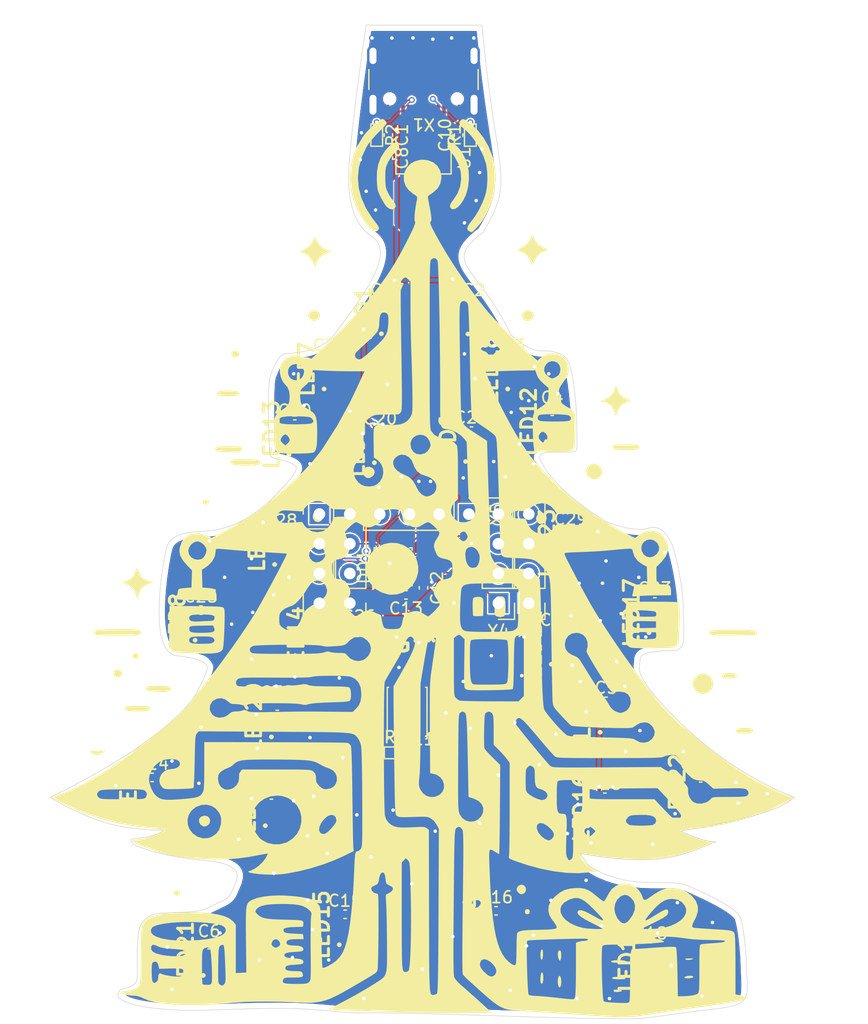
<source format=kicad_pcb>
(kicad_pcb (version 20241229) (generator "pcbnew") (generator_version "9.0")
  (layers (0 "F.Cu" signal) (2 "B.Cu" signal) (13 "F.Paste" user) (15 "B.Paste" user) (5 "F.SilkS" user "F.Silkscreen") (7 "B.SilkS" user "B.Silkscreen") (1 "F.Mask" user) (3 "B.Mask" user) (25 "Edge.Cuts" user))
  (net 0 "")
  (net 1 "+5V")
  (net 2 "Earth")
  (net 3 "+3.3V")
  (net 4 "/NRST")
  (net 5 "Net-(DD1-VCAP)")
  (net 6 "/PС4")
  (net 7 "/PB4")
  (net 8 "/PB5")
  (net 9 "/PD5")
  (net 10 "/SWIM")
  (net 11 "/PD4")
  (net 12 "/PС3")
  (net 13 "/PD2")
  (net 14 "/PD6")
  (net 15 "/PС5")
  (net 16 "/PA1")
  (net 17 "/PA3")
  (net 18 "/PD3")
  (net 19 "/PA2")
  (net 20 "/PС6")
  (net 21 "Net-(LED1-DO)")
  (net 22 "Net-(LED2-DO)")
  (net 23 "Net-(LED19-DO)")
  (net 24 "Net-(LED20-DO)")
  (net 25 "Net-(LED3-DO)")
  (net 26 "Net-(LED10-DI)")
  (net 27 "Net-(LED21-DO)")
  (net 28 "Net-(LED22-DO)")
  (net 29 "Net-(LED11-DI)")
  (net 30 "Net-(LED12-DI)")
  (net 31 "Net-(LED23-DO)")
  (net 32 "Net-(LED13-DI)")
  (net 33 "Net-(LED14-DI)")
  (net 34 "Net-(LED15-DI)")
  (net 35 "Net-(LED10-DO)")
  (net 36 "Net-(LED11-DO)")
  (net 37 "Net-(LED12-DO)")
  (net 38 "Net-(LED13-DO)")
  (net 39 "Net-(LED14-DO)")
  (net 40 "Net-(LED15-DO)")
  (net 41 "Net-(LED16-DO)")
  (net 42 "Net-(LED17-DO)")
  (net 43 "Net-(LED18-DO)")
  (net 45 "Net-(X1-CC1)")
  (net 46 "Net-(X1-CC2)")
  (net 53 "/PС7")
  (footprint "PCM_Resistor_SMD_AKL:R_0402_1005Metric" (layer "F.Cu") (at 125 58 -90)
    (property "Reference" "R2")
    (property "Value" "5.1K" (hide yes))
  )
  (footprint "Package_TO_SOT_SMD:SOT-89-3" (layer "F.Cu") (at 129 59.9625 -90)
    (property "Reference" "U1")
    (property "Value" "AMS1117-3.3")
  )
  (footprint "XL-1010RGBC-WS2812B:XL1010RGBCWS2812B" (layer "F.Cu") (at 120.125 101.725 90)
    (property "Reference" "LED14")
    (property "Value" "XL-1010RGBC-WS2812B" (hide yes))
  )
  (footprint "XL-1010RGBC-WS2812B:XL1010RGBCWS2812B" (layer "F.Cu") (at 109.975 99.975 90)
    (property "Reference" "LED8")
    (property "Value" "XL-1010RGBC-WS2812B" (hide yes))
  )
  (footprint "XL-1010RGBC-WS2812B:XL1010RGBCWS2812B" (layer "F.Cu") (at 133.3 73.8 90)
    (property "Reference" "LED24")
    (property "Value" "XL-1010RGBC-WS2812B" (hide yes))
  )
  (footprint "Capacitor_SMD:C_0402_1005Metric" (layer "F.Cu") (at 128.5 110.8)
    (property "Reference" "C11")
    (property "Value" "100nF")
  )
  (footprint "Capacitor_SMD:C_0402_1005Metric" (layer "F.Cu") (at 148.4 127.4)
    (property "Reference" "C18")
    (property "Value" "100nF")
  )
  (footprint "XL-1010RGBC-WS2812B:XL1010RGBCWS2812B" (layer "F.Cu") (at 121 78.5 90)
    (property "Reference" "LED7")
    (property "Value" "XL-1010RGBC-WS2812B" (hide yes))
  )
  (footprint "XL-1010RGBC-WS2812B:XL1010RGBCWS2812B" (layer "F.Cu") (at 141.575 93.375 90)
    (property "Reference" "LED23")
    (property "Value" "XL-1010RGBC-WS2812B" (hide yes))
  )
  (footprint "Capacitor_SMD:C_0402_1005Metric" (layer "F.Cu") (at 127.5 97.3 180)
    (property "Reference" "C13")
    (property "Value" "10uF")
  )
  (footprint "XL-1010RGBC-WS2812B:XL1010RGBCWS2812B" (layer "F.Cu") (at 118 84.1 90)
    (property "Reference" "LED13")
    (property "Value" "XL-1010RGBC-WS2812B" (hide yes))
  )
  (footprint "Capacitor_SMD:C_0402_1005Metric" (layer "F.Cu") (at 133.3 72.4)
    (property "Reference" "C2")
    (property "Value" "100nF")
  )
  (footprint "Capacitor_SMD:C_0402_1005Metric" (layer "F.Cu") (at 121 77.1)
    (property "Reference" "C27")
    (property "Value" "100nF")
  )
  (footprint "XL-1010RGBC-WS2812B:XL1010RGBCWS2812B" (layer "F.Cu") (at 140.425 102.025 90)
    (property "Reference" "LED11")
    (property "Value" "XL-1010RGBC-WS2812B" (hide yes))
  )
  (footprint "Package_DFN_QFN:ST_UFQFPN-20_3x3mm_P0.5mm" (layer "F.Cu") (at 126.4 94.9 90)
    (property "Reference" "DD1")
    (property "Value" "STM8S003F3U6TR")
  )
  (footprint "PCM_Resistor_SMD_AKL:R_0402_1005Metric" (layer "F.Cu") (at 126.6 110.8)
    (property "Reference" "R3")
    (property "Value" "10K" (hide yes))
  )
  (footprint "Capacitor_SMD:C_0402_1005Metric" (layer "F.Cu") (at 148.775 97.9)
    (property "Reference" "C23")
    (property "Value" "100nF")
  )
  (footprint "XL-1010RGBC-WS2812B:XL1010RGBCWS2812B" (layer "F.Cu") (at 148.775 99.325 90)
    (property "Reference" "LED17")
    (property "Value" "XL-1010RGBC-WS2812B" (hide yes))
  )
  (footprint "XL-1010RGBC-WS2812B:XL1010RGBCWS2812B" (layer "F.Cu") (at 144.5 116 90)
    (property "Reference" "LED16")
    (property "Value" "XL-1010RGBC-WS2812B" (hide yes))
  )
  (footprint "XL-1010RGBC-WS2812B:XL1010RGBCWS2812B" (layer "F.Cu") (at 144.6 107.8375 90)
    (property "Reference" "LED5")
    (property "Value" "XL-1010RGBC-WS2812B" (hide yes))
  )
  (footprint "Capacitor_SMD:C_0402_1005Metric" (layer "F.Cu") (at 116 114.4)
    (property "Reference" "C7")
    (property "Value" "100nF")
  )
  (footprint "Capacitor_SMD:C_0402_1005Metric" (layer "F.Cu") (at 125.3 83.4)
    (property "Reference" "C20")
    (property "Value" "100nF")
  )
  (footprint "Capacitor_SMD:C_0402_1005Metric" (layer "F.Cu") (at 125.9 72.4)
    (property "Reference" "C17")
    (property "Value" "100nF")
  )
  (footprint "Capacitor_SMD:C_0402_1005Metric" (layer "F.Cu") (at 140 81.6)
    (property "Reference" "C4")
    (property "Value" "100nF")
  )
  (footprint "Connector_PinHeader_2.54mm:PinHeader_1x04_P2.54mm_Vertical" (layer "F.Cu") (at 120.1 90.39)
    (property "Reference" "X6")
    (property "Value" "Conn_01x04_Pin")
  )
  (footprint "Capacitor_SMD:C_0402_1005Metric" (layer "F.Cu") (at 152.7 112.9375)
    (property "Reference" "C14")
    (property "Value" "100nF")
  )
  (footprint "Capacitor_SMD:C_0402_1005Metric" (layer "F.Cu") (at 120.125 100.3)
    (property "Reference" "C31")
    (property "Value" "100nF")
  )
  (footprint "Connector_PinHeader_2.54mm:PinHeader_1x04_P2.54mm_Vertical" (layer "F.Cu") (at 135.4 98.01 180)
    (property "Reference" "X4")
    (property "Value" "Conn_01x04_Pin")
  )
  (footprint "XL-1010RGBC-WS2812B:XL1010RGBCWS2812B" (layer "F.Cu") (at 116.775 93.5 90)
    (property "Reference" "LED2")
    (property "Value" "XL-1010RGBC-WS2812B" (hide yes))
  )
  (footprint "XL-1010RGBC-WS2812B:XL1010RGBCWS2812B" (layer "F.Cu") (at 116.5 108.2375 90)
    (property "Reference" "LED20")
    (property "Value" "XL-1010RGBC-WS2812B" (hide yes))
  )
  (footprint "Connector_USB:USB_C_Receptacle_GCT_USB4105-xx-A_16P_TopMnt_Horizontal" (layer "F.Cu") (at 129 52.3 180)
    (property "Reference" "X1")
    (property "Value" "USB_C_Receptacle_USB2.0_16P")
  )
  (footprint "Capacitor_SMD:C_0402_1005Metric" (layer "F.Cu") (at 133.1 83.3)
    (property "Reference" "C21")
    (property "Value" "100nF")
  )
  (footprint "Button_Switch_SMD:SW_SPST_PTS810" (layer "F.Cu") (at 127.6 107.4 -90)
    (property "Reference" "SW1")
    (property "Value" "KMR221GLFS")
  )
  (footprint "Capacitor_SMD:C_0402_1005Metric" (layer "F.Cu") (at 144.5 114.6)
    (property "Reference" "C15")
    (property "Value" "100nF")
  )
  (footprint "XL-1010RGBC-WS2812B:XL1010RGBCWS2812B" (layer "F.Cu") (at 115.975 115.825 90)
    (property "Reference" "LED9")
    (property "Value" "XL-1010RGBC-WS2812B" (hide yes))
  )
  (footprint "Capacitor_SMD:C_0402_1005Metric" (layer "F.Cu") (at 105.8 112.9)
    (property "Reference" "C24")
    (property "Value" "100nF")
  )
  (footprint "XL-1010RGBC-WS2812B:XL1010RGBCWS2812B" (layer "F.Cu") (at 136.7 78.5 90)
    (property "Reference" "LED18")
    (property "Value" "XL-1010RGBC-WS2812B" (hide yes))
  )
  (footprint "XL-1010RGBC-WS2812B:XL1010RGBCWS2812B" (layer "F.Cu") (at 148.4 128.8 90)
    (property "Reference" "LED10")
    (property "Value" "XL-1010RGBC-WS2812B" (hide yes))
  )
  (footprint "PCM_Resistor_SMD_AKL:R_0402_1005Metric" (layer "F.Cu") (at 133 58 90)
    (property "Reference" "R1")
    (property "Value" "5.1K" (hide yes))
  )
  (footprint "XL-1010RGBC-WS2812B:XL1010RGBCWS2812B" (layer "F.Cu") (at 110.675 128.625 90)
    (property "Reference" "LED21")
    (property "Value" "XL-1010RGBC-WS2812B" (hide yes))
  )
  (footprint "Capacitor_SMD:C_0402_1005Metric" (layer "F.Cu") (at 123.5 100.3)
    (property "Reference" "C26")
    (property "Value" "10uF")
  )
  (footprint "XL-1010RGBC-WS2812B:XL1010RGBCWS2812B" (layer "F.Cu") (at 152.7 114.3375 90)
    (property "Reference" "LED22")
    (property "Value" "XL-1010RGBC-WS2812B" (hide yes))
  )
  (footprint "Capacitor_SMD:C_0402_1005Metric" (layer "F.Cu") (at 132 58 90)
    (property "Reference" "C10")
    (property "Value" "10uF")
  )
  (footprint "XL-1010RGBC-WS2812B:XL1010RGBCWS2812B" (layer "F.Cu") (at 122.3 126 90)
    (property "Reference" "LED15")
    (property "Value" "XL-1010RGBC-WS2812B" (hide yes))
  )
  (footprint "Capacitor_SMD:C_0402_1005Metric" (layer "F.Cu") (at 144.6 106.4)
    (property "Reference" "C5")
    (property "Value" "100nF")
  )
  (footprint "XL-1010RGBC-WS2812B:XL1010RGBCWS2812B" (layer "F.Cu") (at 105.8 114.2375 90)
    (property "Reference" "LED3")
    (property "Value" "XL-1010RGBC-WS2812B" (hide yes))
  )
  (footprint "Capacitor_SMD:C_0402_1005Metric" (layer "F.Cu") (at 129 62.7)
    (property "Reference" "C9")
    (property "Value" "10uF")
  )
  (footprint "Capacitor_SMD:C_0402_1005Metric" (layer "F.Cu") (at 140.4 100.6)
    (property "Reference" "C22")
    (property "Value" "100nF")
  )
  (footprint "XL-1010RGBC-WS2812B:XL1010RGBCWS2812B" (layer "F.Cu") (at 125.9 73.775 90)
    (property "Reference" "LED1")
    (property "Value" "XL-1010RGBC-WS2812B" (hide yes))
  )
  (footprint "Capacitor_SMD:C_0402_1005Metric" (layer "F.Cu") (at 116.775 92.1)
    (property "Reference" "C28")
    (property "Value" "100nF")
  )
  (footprint "Capacitor_SMD:C_0402_1005Metric" (layer "F.Cu") (at 126 58 -90)
    (property "Reference" "C1")
    (property "Value" "10uF")
  )
  (footprint "Connector_PinHeader_2.54mm:PinHeader_1x04_P2.54mm_Vertical" (layer "F.Cu") (at 138 98.01 180)
    (property "Reference" "X3")
    (property "Value" "Conn_01x04_Pin")
  )
  (footprint "Capacitor_SMD:C_0402_1005Metric" (layer "F.Cu") (at 129 96.7 -90)
    (property "Reference" "C12")
    (property "Value" "100nF")
  )
  (footprint "Capacitor_SMD:C_0402_1005Metric" (layer "F.Cu") (at 126 59.9625 -90)
    (property "Reference" "C8")
    (property "Value" "10uF")
  )
  (footprint "Capacitor_SMD:C_0402_1005Metric" (layer "F.Cu") (at 141.575 91.975)
    (property "Reference" "C29")
    (property "Value" "100nF")
  )
  (footprint "XL-1010RGBC-WS2812B:XL1010RGBCWS2812B" (layer "F.Cu") (at 135.2 125.7375 90)
    (property "Reference" "LED4")
    (property "Value" "XL-1010RGBC-WS2812B" (hide yes))
  )
  (footprint "Capacitor_SMD:C_0402_1005Metric" (layer "F.Cu") (at 135.2 124.3)
    (property "Reference" "C16")
    (property "Value" "100nF")
  )
  (footprint "Connector_PinHeader_2.54mm:PinHeader_1x04_P2.54mm_Vertical" (layer "F.Cu") (at 132.88 90.4 -90)
    (property "Reference" "X5")
    (property "Value" "Conn_01x04_Pin")
  )
  (footprint "Capacitor_SMD:C_0402_1005Metric" (layer "F.Cu") (at 110.675 127.2)
    (property "Reference" "C6")
    (property "Value" "100nF")
  )
  (footprint "Capacitor_SMD:C_0402_1005Metric" (layer "F.Cu") (at 136.7 77.1)
    (property "Reference" "C3")
    (property "Value" "100nF")
  )
  (footprint "Capacitor_SMD:C_0402_1005Metric" (layer "F.Cu") (at 122.3 124.6)
    (property "Reference" "C19")
    (property "Value" "100nF")
  )
  (footprint "Capacitor_SMD:C_0402_1005Metric" (layer "F.Cu") (at 116.5 106.8)
    (property "Reference" "C32")
    (property "Value" "100nF")
  )
  (footprint "XL-1010RGBC-WS2812B:XL1010RGBCWS2812B" (layer "F.Cu") (at 140 83 90)
    (property "Reference" "LED12")
    (property "Value" "XL-1010RGBC-WS2812B" (hide yes))
  )
  (footprint "Capacitor_SMD:C_0402_1005Metric" (layer "F.Cu") (at 109.975 98.6)
    (property "Reference" "C25")
    (property "Value" "100nF")
  )
  (footprint "LOGO" (layer "F.Cu") (at 128.9 101.4)
    (property "Reference" "G***")
    (property "Value" "LOGO" (hide yes))
  )
  (footprint "Connector_PinHeader_2.54mm:PinHeader_1x04_P2.54mm_Vertical" (layer "F.Cu") (at 122.7 98.01 180)
    (property "Reference" "X2")
    (property "Value" "Conn_01x04_Pin")
  )
  (footprint "Capacitor_SMD:C_0402_1005Metric" (layer "F.Cu") (at 118 82.7)
    (property "Reference" "C30")
    (property "Value" "100nF")
  )
  (footprint "XL-1010RGBC-WS2812B:XL1010RGBCWS2812B" (layer "F.Cu") (at 125.3 84.8 90)
    (property "Reference" "LED19")
    (property "Value" "XL-1010RGBC-WS2812B" (hide yes))
  )
  (footprint "XL-1010RGBC-WS2812B:XL1010RGBCWS2812B" (layer "F.Cu") (at 133.1 84.7 90)
    (property "Reference" "LED6")
    (property "Value" "XL-1010RGBC-WS2812B" (hide yes))
  )
  (gr_curve (pts (xy 115.9 85.4) (xy 115.8 85.1) (xy 115.6 79.4) (xy 115.9 78.6)) (stroke (width 0.05)) (layer "Edge.Cuts"))
  (gr_curve (pts (xy 103.2 131) (xy 103.3 131) (xy 104.4 130.8) (xy 104.5 130.2)) (stroke (width 0.05)) (layer "Edge.Cuts"))
  (gr_curve (pts (xy 106.6 124.5) (xy 108.3 124.4) (xy 109.8 124.5) (xy 110.7 124)) (stroke (width 0.05)) (layer "Edge.Cuts"))
  (gr_curve (pts (xy 97.1 114.6) (xy 97.1 114.6) (xy 107.5 109.7) (xy 109.7 105.5)) (stroke (width 0.05)) (layer "Edge.Cuts"))
  (gr_curve (pts (xy 112.6 122.7) (xy 112.9 122) (xy 113 121.8) (xy 113 121.7)) (stroke (width 0.05)) (layer "Edge.Cuts"))
  (gr_curve (pts (xy 104.7 125.9) (xy 104.7 125.9) (xy 104.9 124.6) (xy 106.6 124.5)) (stroke (width 0.05)) (layer "Edge.Cuts"))
  (gr_curve (pts (xy 150.2 92.9) (xy 150.4 93.2) (xy 151.2 96.4) (xy 151.2 98.4)) (stroke (width 0.05)) (layer "Edge.Cuts"))
  (gr_curve (pts (xy 117.1 76.7) (xy 117.6 76.6) (xy 119.5 76.7) (xy 121 75.5)) (stroke (width 0.05)) (layer "Edge.Cuts"))
  (gr_curve (pts (xy 134 48.6) (xy 134 48.6) (xy 124.1 48.6) (xy 124.1 48.6)) (stroke (width 0.05)) (layer "Edge.Cuts"))
  (gr_curve (pts (xy 122.6 61.7) (xy 122.6 58.5) (xy 124.1 48.6) (xy 124.1 48.6)) (stroke (width 0.05)) (layer "Edge.Cuts"))
  (gr_curve (pts (xy 136.5 75.1) (xy 138.6 76.9) (xy 139 76.3) (xy 140 76.5)) (stroke (width 0.05)) (layer "Edge.Cuts"))
  (gr_curve (pts (xy 116.9 88.2) (xy 116.9 88.2) (xy 117.6 87.5) (xy 117.9 87)) (stroke (width 0.05)) (layer "Edge.Cuts"))
  (gr_curve (pts (xy 136.5 75.1) (xy 133.6 69.1) (xy 130.5 69) (xy 134.1 66.3)) (stroke (width 0.05)) (layer "Edge.Cuts"))
  (gr_curve (pts (xy 110.3 120) (xy 106.8 119.7) (xy 104.4 118.8) (xy 104.2 118.6)) (stroke (width 0.05)) (layer "Edge.Cuts"))
  (gr_curve (pts (xy 104.5 130.2) (xy 104.6 129.6) (xy 104.4 127.2) (xy 104.7 125.9)) (stroke (width 0.05)) (layer "Edge.Cuts"))
  (gr_curve (pts (xy 129.3 133.1) (xy 122.1 132.9) (xy 124.5 133.2) (xy 120.3 132.8)) (stroke (width 0.05)) (layer "Edge.Cuts"))
  (gr_curve (pts (xy 107.1 93.1) (xy 107.4 92.3) (xy 108.4 92) (xy 109.4 91.9)) (stroke (width 0.05)) (layer "Edge.Cuts"))
  (gr_curve (pts (xy 151 117.5) (xy 151 117.4) (xy 158.9 116.4) (xy 160.7 114.6)) (stroke (width 0.05)) (layer "Edge.Cuts"))
  (gr_curve (pts (xy 151.7 122.2) (xy 152.8 122.7) (xy 155.8 124) (xy 156.1 124.9)) (stroke (width 0.05)) (layer "Edge.Cuts"))
  (gr_curve (pts (xy 102.9 131.4) (xy 103 131.1) (xy 103.1 131) (xy 103.2 131)) (stroke (width 0.05)) (layer "Edge.Cuts"))
  (gr_curve (pts (xy 115.9 78.6) (xy 116.2 77.8) (xy 116.6 76.8) (xy 117.1 76.7)) (stroke (width 0.05)) (layer "Edge.Cuts"))
  (gr_curve (pts (xy 101 116.5) (xy 98.4 115.5) (xy 97.1 114.6) (xy 97.1 114.6)) (stroke (width 0.05)) (layer "Edge.Cuts"))
  (gr_curve (pts (xy 110.7 124) (xy 111.6 123.5) (xy 112.3 123.4) (xy 112.6 122.7)) (stroke (width 0.05)) (layer "Edge.Cuts"))
  (gr_curve (pts (xy 107.9 102.5) (xy 105.3 102.2) (xy 106.8 93.9) (xy 107.1 93.1)) (stroke (width 0.05)) (layer "Edge.Cuts"))
  (gr_curve (pts (xy 139.1 86) (xy 139.3 86.3) (xy 140 88.1) (xy 144.5 91)) (stroke (width 0.05)) (layer "Edge.Cuts"))
  (gr_curve (pts (xy 124.5 66.6) (xy 123.8 66.2) (xy 122.6 64.9) (xy 122.6 61.7)) (stroke (width 0.05)) (layer "Edge.Cuts"))
  (gr_curve (pts (xy 117.9 87) (xy 118.2 86.5) (xy 118.3 86.3) (xy 117.6 86)) (stroke (width 0.05)) (layer "Edge.Cuts"))
  (gr_curve (pts (xy 151 101.8) (xy 150.6 102.2) (xy 150.1 102) (xy 149.3 102.1)) (stroke (width 0.05)) (layer "Edge.Cuts"))
  (gr_curve (pts (xy 109.7 105.5) (xy 109.7 105.5) (xy 110.7 103.6) (xy 110.5 103.4)) (stroke (width 0.05)) (layer "Edge.Cuts"))
  (gr_curve (pts (xy 110.5 103.4) (xy 110.3 103.2) (xy 110.5 102.8) (xy 107.9 102.5)) (stroke (width 0.05)) (layer "Edge.Cuts"))
  (gr_curve (pts (xy 156.1 124.9) (xy 156.4 125.8) (xy 156.6 128.2) (xy 156.6 128.9)) (stroke (width 0.05)) (layer "Edge.Cuts"))
  (gr_curve (pts (xy 135.9 133.3) (xy 133.1 133.2) (xy 129.3 133.1) (xy 129.3 133.1)) (stroke (width 0.05)) (layer "Edge.Cuts"))
  (gr_curve (pts (xy 117.6 86) (xy 116.9 85.7) (xy 116 85.7) (xy 115.9 85.4)) (stroke (width 0.05)) (layer "Edge.Cuts"))
  (gr_curve (pts (xy 149.3 102.1) (xy 148.5 102.2) (xy 147.5 102.2) (xy 147.5 102.9)) (stroke (width 0.05)) (layer "Edge.Cuts"))
  (gr_curve (pts (xy 140 76.5) (xy 141 76.7) (xy 141.1 76.9) (xy 141.4 77.4)) (stroke (width 0.05)) (layer "Edge.Cuts"))
  (gr_curve (pts (xy 156.5 131.8) (xy 156.2 132.2) (xy 155.7 132.5) (xy 153.8 132.7)) (stroke (width 0.05)) (layer "Edge.Cuts"))
  (gr_curve (pts (xy 142.4 119.4) (xy 143.2 120.6) (xy 142.9 120.3) (xy 143.9 120.9)) (stroke (width 0.05)) (layer "Edge.Cuts"))
  (gr_curve (pts (xy 106.8 117.4) (xy 106.8 117.4) (xy 103.6 117.5) (xy 101 116.5)) (stroke (width 0.05)) (layer "Edge.Cuts"))
  (gr_curve (pts (xy 104 118.2) (xy 104 118.1) (xy 106.1 118.1) (xy 106.8 117.4)) (stroke (width 0.05)) (layer "Edge.Cuts"))
  (gr_curve (pts (xy 120.3 132.8) (xy 116.1 132.4) (xy 111 132.9) (xy 108.4 132.8)) (stroke (width 0.05)) (layer "Edge.Cuts"))
  (gr_curve (pts (xy 108.4 132.8) (xy 105.8 132.7) (xy 104.2 132.4) (xy 103.6 132.1)) (stroke (width 0.05)) (layer "Edge.Cuts"))
  (gr_curve (pts (xy 156.6 128.9) (xy 156.6 129.6) (xy 156.8 131.4) (xy 156.5 131.8)) (stroke (width 0.05)) (layer "Edge.Cuts"))
  (gr_curve (pts (xy 154 118.4) (xy 150.9 119.6) (xy 149.5 120.6) (xy 142.4 119.4)) (stroke (width 0.05)) (layer "Edge.Cuts"))
  (gr_curve (pts (xy 153.8 132.7) (xy 151.9 132.9) (xy 148.8 133.4) (xy 147.5 133.5)) (stroke (width 0.05)) (layer "Edge.Cuts"))
  (gr_curve (pts (xy 144.5 91) (xy 144.5 91) (xy 146.9 92) (xy 148.2 91.6)) (stroke (width 0.05)) (layer "Edge.Cuts"))
  (gr_curve (pts (xy 141.4 77.4) (xy 141.7 77.9) (xy 142.1 80.8) (xy 142.1 82.7)) (stroke (width 0.05)) (layer "Edge.Cuts"))
  (gr_curve (pts (xy 142 85) (xy 141.8 85.2) (xy 139.6 85) (xy 139.2 85.2)) (stroke (width 0.05)) (layer "Edge.Cuts"))
  (gr_curve (pts (xy 151.2 98.4) (xy 151.2 100.4) (xy 151.4 101.4) (xy 151 101.8)) (stroke (width 0.05)) (layer "Edge.Cuts"))
  (gr_curve (pts (xy 103.6 132.1) (xy 103 131.8) (xy 102.8 131.7) (xy 102.9 131.4)) (stroke (width 0.05)) (layer "Edge.Cuts"))
  (gr_curve (pts (xy 139.2 85.2) (xy 138.8 85.4) (xy 138.9 85.7) (xy 139.1 86)) (stroke (width 0.05)) (layer "Edge.Cuts"))
  (gr_curve (pts (xy 143.9 120.9) (xy 143.9 120.9) (xy 145.2 121.6) (xy 147 121.8)) (stroke (width 0.05)) (layer "Edge.Cuts"))
  (gr_curve (pts (xy 134 48.6) (xy 135.2 61.8) (xy 136.9 61.6) (xy 134.1 66.3)) (stroke (width 0.05)) (layer "Edge.Cuts"))
  (gr_curve (pts (xy 149.1 106.3) (xy 151.2 108.7) (xy 155.3 112.5) (xy 160.7 114.6)) (stroke (width 0.05)) (layer "Edge.Cuts"))
  (gr_curve (pts (xy 147.5 102.9) (xy 147.5 103.6) (xy 147 103.9) (xy 149.1 106.3)) (stroke (width 0.05)) (layer "Edge.Cuts"))
  (gr_curve (pts (xy 113 121.7) (xy 113 121.6) (xy 113.8 120.3) (xy 110.3 120)) (stroke (width 0.05)) (layer "Edge.Cuts"))
  (gr_curve (pts (xy 121 75.5) (xy 124.6 70.9) (xy 126.5 67.9) (xy 124.5 66.6)) (stroke (width 0.05)) (layer "Edge.Cuts"))
  (gr_curve (pts (xy 151 117.5) (xy 152.3 118.1) (xy 153.2 118.4) (xy 154 118.4)) (stroke (width 0.05)) (layer "Edge.Cuts"))
  (gr_curve (pts (xy 147 121.8) (xy 148.8 122) (xy 150.6 121.7) (xy 151.7 122.2)) (stroke (width 0.05)) (layer "Edge.Cuts"))
  (gr_curve (pts (xy 109.4 91.9) (xy 110.4 91.8) (xy 113.3 92.2) (xy 116.9 88.2)) (stroke (width 0.05)) (layer "Edge.Cuts"))
  (gr_curve (pts (xy 147.5 133.5) (xy 146.2 133.6) (xy 138.7 133.4) (xy 135.9 133.3)) (stroke (width 0.05)) (layer "Edge.Cuts"))
  (gr_curve (pts (xy 142.1 82.7) (xy 142.1 84.6) (xy 142.2 84.8) (xy 142 85)) (stroke (width 0.05)) (layer "Edge.Cuts"))
  (gr_curve (pts (xy 148.2 91.6) (xy 149.5 91.2) (xy 150 92.6) (xy 150.2 92.9)) (stroke (width 0.05)) (layer "Edge.Cuts"))
  (gr_curve (pts (xy 104.2 118.6) (xy 103.9 118.3) (xy 104 118.3) (xy 104 118.2)) (stroke (width 0.05)) (layer "Edge.Cuts"))
  (segment (start 117.52 80.8) (end 120.52 77.8) (width 0.3) (layer "F.Cu") (net 1))
  (segment (start 119.6 87.2) (end 121.95 87.2) (width 0.3) (layer "F.Cu") (net 1))
  (segment (start 116.02 107.7575) (end 116.025 107.7625) (width 0.3) (layer "F.Cu") (net 1))
  (segment (start 105.32 112.9) (end 105.32 111.88) (width 0.3) (layer "F.Cu") (net 1))
  (segment (start 109.495 99.495) (end 109.5 99.5) (width 0.3) (layer "F.Cu") (net 1))
  (segment (start 150.1415 114.741454) (end 146.941454 117.9415) (width 0.3) (layer "F.Cu") (net 1))
  (segment (start 141.1 92.9) (end 139.92 94.08) (width 0.3) (layer "F.Cu") (net 1))
  (segment (start 148.295 98.845) (end 148.3 98.85) (width 0.3) (layer "F.Cu") (net 1))
  (segment (start 137.844 81.6) (end 139.52 81.6) (width 0.3) (layer "F.Cu") (net 1))
  (segment (start 135.722 78.298) (end 135.722 79.478) (width 0.3) (layer "F.Cu") (net 1))
  (segment (start 134.72 125.2575) (end 134.725 125.2625) (width 0.3) (layer "F.Cu") (net 1))
  (segment (start 110.195 127.9) (end 110.195 128.145) (width 0.3) (layer "F.Cu") (net 1))
  (segment (start 144.4855 117.9415) (end 143.522 116.978) (width 0.3) (layer "F.Cu") (net 1))
  (segment (start 132.62 83.3) (end 132.62 82.58) (width 0.3) (layer "F.Cu") (net 1))
  (segment (start 124.32 73.3) (end 123.81 73.81) (width 0.3) (layer "F.Cu") (net 1))
  (segment (start 111 102.3) (end 113.7 105) (width 0.3) (layer "F.Cu") (net 1))
  (segment (start 144.02 115.52) (end 144.025 115.525) (width 0.3) (layer "F.Cu") (net 1))
  (segment (start 151.5625 112.9375) (end 150.1415 114.3585) (width 0.3) (layer "F.Cu") (net 1))
  (segment (start 132.322 74.778) (end 134.644 77.1) (width 0.3) (layer "F.Cu") (net 1))
  (segment (start 134.544 88.1) (end 138.3 88.1) (width 0.3) (layer "F.Cu") (net 1))
  (segment (start 113.4 92.6) (end 116.295 92.6) (width 0.3) (layer "F.Cu") (net 1))
  (segment (start 116.295 90.505) (end 119.6 87.2) (width 0.3) (layer "F.Cu") (net 1))
  (segment (start 141.095 91.975) (end 141.095 92.895) (width 0.3) (layer "F.Cu") (net 1))
  (segment (start 132.82 73.32) (end 132.825 73.325) (width 0.3) (layer "F.Cu") (net 1))
  (segment (start 139.52 82.52) (end 139.525 82.525) (width 0.3) (layer "F.Cu") (net 1))
  (segment (start 114.5 116.35) (end 114.5 125.3) (width 0.3) (layer "F.Cu") (net 1))
  (segment (start 142.9 107.3) (end 142.844 107.244) (width 0.3) (layer "F.Cu") (net 1))
  (segment (start 105.32 111.88) (end 110.4 106.8) (width 0.3) (layer "F.Cu") (net 1))
  (segment (start 119.645 100.3) (end 119.645 101.245) (width 0.3) (layer "F.Cu") (net 1))
  (segment (start 120.52 77.4) (end 120.52 77.8) (width 0.3) (layer "F.Cu") (net 1))
  (segment (start 110.5 102.3) (end 111 102.3) (width 0.3) (layer "F.Cu") (net 1))
  (segment (start 132.122 85.678) (end 134.544 88.1) (width 0.3) (layer "F.Cu") (net 1))
  (segment (start 143.522 116.028) (end 144.025 115.525) (width 0.3) (layer "F.Cu") (net 1))
  (segment (start 134.1 128) (end 134.1 125.62) (width 0.3) (layer "F.Cu") (net 1))
  (segment (start 134.644 77.1) (end 136.22 77.1) (width 0.3) (layer "F.Cu") (net 1))
  (segment (start 121.82 125.52) (end 121.825 125.525) (width 0.3) (layer "F.Cu") (net 1))
  (segment (start 116.02 106.8) (end 116.02 107.7575) (width 0.3) (layer "F.Cu") (net 1))
  (segment (start 134.2 128.1) (end 134.1 128) (width 0.3) (layer "F.Cu") (net 1))
  (segment (start 126 57.52) (end 126.68 57.52) (width 0.3) (layer "F.Cu") (net 1))
  (segment (start 126.9875 57.5) (end 127.5 58.0125) (width 0.3) (layer "F.Cu") (net 1))
  (segment (start 148.295 97.9) (end 140.02 97.9) (width 0.3) (layer "F.Cu") (net 1))
  (segment (start 132.82 72.4) (end 132.82 71.62) (width 0.3) (layer "F.Cu") (net 1))
  (segment (start 132.62 82.58) (end 135.722 79.478) (width 0.3) (layer "F.Cu") (net 1))
  (segment (start 134.1 125.62) (end 134.72 125) (width 0.3) (layer "F.Cu") (net 1))
  (segment (start 139.92 101.52) (end 139.95 101.55) (width 0.3) (layer "F.Cu") (net 1))
  (segment (start 116.295 92.1) (end 116.295 92.5) (width 0.3) (layer "F.Cu") (net 1))
  (segment (start 119.645 101.245) (end 119.65 101.25) (width 0.3) (layer "F.Cu") (net 1))
  (segment (start 147.92 127.4) (end 147.92 128.32) (width 0.3) (layer "F.Cu") (net 1))
  (segment (start 152.22 112.9375) (end 151.5625 112.9375) (width 0.3) (layer "F.Cu") (net 1))
  (segment (start 109.697 128.398) (end 109.697 129.779954) (width 0.3) (layer "F.Cu") (net 1))
  (segment (start 110.195 127.2) (end 110.195 127.9) (width 0.3) (layer "F.Cu") (net 1))
  (segment (start 147.92 128.32) (end 147.925 128.325) (width 0.3) (layer "F.Cu") (net 1))
  (segment (start 110.4 106.8) (end 113.7 106.8) (width 0.3) (layer "F.Cu") (net 1))
  (segment (start 140.02 97.9) (end 139.92 97.8) (width 0.3) (layer "F.Cu") (net 1))
  (segment (start 110.195 127.9) (end 109.697 128.398) (width 0.3) (layer "F.Cu") (net 1))
  (segment (start 144.12 107.3575) (end 144.125 107.3625) (width 0.3) (layer "F.Cu") (net 1))
  (segment (start 111 125.3) (end 114.5 125.3) (width 0.3) (layer "F.Cu") (net 1))
  (segment (start 134.72 125) (end 134.72 125.2575) (width 0.3) (layer "F.Cu") (net 1))
  (segment (start 108.997 100.003) (end 108.997 100.797) (width 0.3) (layer "F.Cu") (net 1))
  (segment (start 104.822 115.2155) (end 105.6065 116) (width 0.3) (layer "F.Cu") (net 1))
  (segment (start 150.1415 114.3585) (end 150.1415 114.741454) (width 0.3) (layer "F.Cu") (net 1))
  (segment (start 104.822 114.2655) (end 104.822 115.2155) (width 0.3) (layer "F.Cu") (net 1))
  (segment (start 116.295 92.5) (end 116.295 92.6) (width 0.3) (layer "F.Cu") (net 1))
  (segment (start 115.52 114.4) (end 115.52 115.33) (width 0.3) (layer "F.Cu") (net 1))
  (segment (start 110.195 127.2) (end 110.195 126.105) (width 0.3) (layer "F.Cu") (net 1))
  (segment (start 121.95 87.2) (end 124.825 84.325) (width 0.3) (layer "F.Cu") (net 1))
  (segment (start 105.32 112.9) (end 105.32 113.7575) (width 0.3) (layer "F.Cu") (net 1))
  (segment (start 144.02 114.6) (end 144.02 113.72) (width 0.3) (layer "F.Cu") (net 1))
  (segment (start 136.22 78.02) (end 136.225 78.025) (width 0.3) (layer "F.Cu") (net 1))
  (segment (start 123.9 74.6) (end 123.9 73.9) (width 0.3) (layer "F.Cu") (net 1))
  (segment (start 109.5 99.5) (end 108.997 100.003) (width 0.3) (layer "F.Cu") (net 1))
  (segment (start 132.122 84.728) (end 132.122 85.678) (width 0.3) (layer "F.Cu") (net 1))
  (segment (start 109.495 96.505) (end 113.4 92.6) (width 0.3) (layer "F.Cu") (net 1))
  (segment (start 117.52 83.62) (end 117.525 83.625) (width 0.3) (layer "F.Cu") (net 1))
  (segment (start 119.645 100.3) (end 118.4 100.3) (width 0.3) (layer "F.Cu") (net 1))
  (segment (start 135.722 79.478) (end 137.844 81.6) (width 0.3) (layer "F.Cu") (net 1))
  (segment (start 139.92 94.08) (end 139.92 97.8) (width 0.3) (layer "F.Cu") (net 1))
  (segment (start 135.1 129) (end 134.2 128.1) (width 0.3) (layer "F.Cu") (net 1))
  (segment (start 132.62 84.22) (end 132.625 84.225) (width 0.3) (layer "F.Cu") (net 1))
  (segment (start 132.82 72.4) (end 132.82 73.32) (width 0.3) (layer "F.Cu") (net 1))
  (segment (start 121.82 125.3) (end 121.825 125.305) (width 0.3) (layer "F.Cu") (net 1))
  (segment (start 139.52 81.6) (end 139.52 82.52) (width 0.3) (layer "F.Cu") (net 1))
  (segment (start 113.7 106.8) (end 116.02 106.8) (width 0.3) (layer "F.Cu") (net 1))
  (segment (start 109.697 129.779954) (end 110.717046 130.8) (width 0.3) (layer "F.Cu") (net 1))
  (segment (start 125.425 73.3) (end 124.32 73.3) (width 0.3) (layer "F.Cu") (net 1))
  (segment (start 125.42 73.295) (end 125.425 73.3) (width 0.3) (layer "F.Cu") (net 1))
  (segment (start 132.62 83.3) (end 132.62 84.22) (width 0.3) (layer "F.Cu") (net 1))
  (segment (start 132.82 71.62) (end 131.5 70.3) (width 0.3) (layer "F.Cu") (net 1))
  (segment (start 120.52 77.1) (end 120.52 77.4) (width 0.3) (layer "F.Cu") (net 1))
  (segment (start 123.81 73.81) (end 120.52 77.1) (width 0.3) (layer "F.Cu") (net 1))
  (segment (start 110.195 126.105) (end 111 125.3) (width 0.3) (layer "F.Cu") (net 1))
  (segment (start 121.82 124.6) (end 121.82 125.52) (width 0.3) (layer "F.Cu") (net 1))
  (segment (start 142.844 106.4) (end 144.12 106.4) (width 0.3) (layer "F.Cu") (net 1))
  (segment (start 105.6065 116) (end 114.15 116) (width 0.3) (layer "F.Cu") (net 1))
  (segment (start 117.52 82.7) (end 117.52 80.8) (width 0.3) (layer "F.Cu") (net 1))
  (segment (start 116.295 92.6) (end 116.295 93.02) (width 0.3) (layer "F.Cu") (net 1))
  (segment (start 125.42 72.4) (end 125.42 71.48) (width 0.3) (layer "F.Cu") (net 1))
  (segment (start 124.82 83.4) (end 124.82 82.72) (width 0.3) (layer "F.Cu") (net 1))
  (segment (start 136.22 77.8) (end 135.722 78.298) (width 0.3) (layer "F.Cu") (net 1))
  (segment (start 105.32 113.7575) (end 105.325 113.7625) (width 0.3) (layer "F.Cu") (net 1))
  (segment (start 132.625 84.225) (end 132.122 84.728) (width 0.3) (layer "F.Cu") (net 1))
  (segment (start 113.7 105) (end 113.7 106.8) (width 0.3) (layer "F.Cu") (net 1))
  (segment (start 144.02 113.72) (end 144 113.7) (width 0.3) (layer "F.Cu") (net 1))
  (segment (start 139.447 103.003) (end 142.844 106.4) (width 0.3) (layer "F.Cu") (net 1))
  (segment (start 143.522 116.978) (end 143.522 116.028) (width 0.3) (layer "F.Cu") (net 1))
  (segment (start 115.5 115.35) (end 114.5 116.35) (width 0.3) (layer "F.Cu") (net 1))
  (segment (start 109.495 98.6) (end 109.495 99.495) (width 0.3) (layer "F.Cu") (net 1))
  (segment (start 105.325 113.7625) (end 104.822 114.2655) (width 0.3) (layer "F.Cu") (net 1))
  (segment (start 141.095 90.895) (end 141.095 91.975) (width 0.3) (layer "F.Cu") (net 1))
  (segment (start 109.495 98.6) (end 109.495 96.505) (width 0.3) (layer "F.Cu") (net 1))
  (segment (start 117.52 82.7) (end 117.52 83.62) (width 0.3) (layer "F.Cu") (net 1))
  (segment (start 121.825 125.305) (end 121.825 125.525) (width 0.3) (layer "F.Cu") (net 1))
  (segment (start 139.95 101.55) (end 139.447 102.053) (width 0.3) (layer "F.Cu") (net 1))
  (segment (start 141.095 92.895) (end 141.1 92.9) (width 0.3) (layer "F.Cu") (net 1))
  (segment (start 120.52 78.02) (end 120.525 78.025) (width 0.3) (layer "F.Cu") (net 1))
  (segment (start 116.295 93.02) (end 116.3 93.025) (width 0.3) (layer "F.Cu") (net 1))
  (segment (start 132.825 73.325) (end 132.322 73.828) (width 0.3) (layer "F.Cu") (net 1))
  (segment (start 124.82 84.32) (end 124.825 84.325) (width 0.3) (layer "F.Cu") (net 1))
  (segment (start 114.5 125.3) (end 121.82 125.3) (width 0.3) (layer "F.Cu") (net 1))
  (segment (start 125.42 72.4) (end 125.42 73.295) (width 0.3) (layer "F.Cu") (net 1))
  (segment (start 131.5 130.8) (end 134.2 128.1) (width 0.3) (layer "F.Cu") (net 1))
  (segment (start 116.295 92.5) (end 116.295 90.505) (width 0.3) (layer "F.Cu") (net 1))
  (segment (start 142.844 107.244) (end 142.844 106.4) (width 0.3) (layer "F.Cu") (net 1))
  (segment (start 108.997 100.797) (end 110.5 102.3) (width 0.3) (layer "F.Cu") (net 1))
  (segment (start 110.717046 130.8) (end 131.5 130.8) (width 0.3) (layer "F.Cu") (net 1))
  (segment (start 139.447 102.053) (end 139.447 103.003) (width 0.3) (layer "F.Cu") (net 1))
  (segment (start 134.72 124.3) (end 134.72 125) (width 0.3) (layer "F.Cu") (net 1))
  (segment (start 136.22 77.8) (end 136.22 78.02) (width 0.3) (layer "F.Cu") (net 1))
  (segment (start 152.22 113.8575) (end 152.225 113.8625) (width 0.3) (layer "F.Cu") (net 1))
  (segment (start 120.52 77.8) (end 120.52 78.02) (width 0.3) (layer "F.Cu") (net 1))
  (segment (start 124.82 83.4) (end 124.82 84.32) (width 0.3) (layer "F.Cu") (net 1))
  (segment (start 136.22 77.1) (end 136.22 77.8) (width 0.3) (layer "F.Cu") (net 1))
  (segment (start 126.68 57.52) (end 126.7 57.5) (width 0.3) (layer "F.Cu") (net 1))
  (segment (start 123.9 73.9) (end 123.81 73.81) (width 0.3) (layer "F.Cu") (net 1))
  (segment (start 145.2 129) (end 135.1 129) (width 0.3) (layer "F.Cu") (net 1))
  (segment (start 146.941454 117.9415) (end 144.4855 117.9415) (width 0.3) (layer "F.Cu") (net 1))
  (segment (start 138.3 88.1) (end 141.095 90.895) (width 0.3) (layer "F.Cu") (net 1))
  (segment (start 144.02 114.6) (end 144.02 115.52) (width 0.3) (layer "F.Cu") (net 1))
  (segment (start 146.8 127.4) (end 145.2 129) (width 0.3) (layer "F.Cu") (net 1))
  (segment (start 110.195 128.145) (end 110.2 128.15) (width 0.3) (layer "F.Cu") (net 1))
  (segment (start 115.52 115.33) (end 115.5 115.35) (width 0.3) (layer "F.Cu") (net 1))
  (segment (start 148.295 97.9) (end 148.295 98.845) (width 0.3) (layer "F.Cu") (net 1))
  (segment (start 152.22 112.9375) (end 152.22 113.8575) (width 0.3) (layer "F.Cu") (net 1))
  (segment (start 118.4 100.3) (end 113.7 105) (width 0.3) (layer "F.Cu") (net 1))
  (segment (start 114.15 116) (end 114.5 116.35) (width 0.3) (layer "F.Cu") (net 1))
  (segment (start 124.82 82.72) (end 124.8 82.7) (width 0.3) (layer "F.Cu") (net 1))
  (segment (start 125.42 71.48) (end 126.5 70.4) (width 0.3) (layer "F.Cu") (net 1))
  (segment (start 132.322 73.828) (end 132.322 74.778) (width 0.3) (layer "F.Cu") (net 1))
  (segment (start 144.12 106.4) (end 144.12 107.3575) (width 0.3) (layer "F.Cu") (net 1))
  (segment (start 147.92 127.4) (end 146.8 127.4) (width 0.3) (layer "F.Cu") (net 1))
  (segment (start 139.92 100.6) (end 139.92 101.52) (width 0.3) (layer "F.Cu") (net 1))
  (segment (start 126.7 57.5) (end 126.9875 57.5) (width 0.3) (layer "F.Cu") (net 1))
  (segment (start 139.92 97.8) (end 139.92 100.6) (width 0.3) (layer "F.Cu") (net 1))
  (via (at 124.8 82.7) (size 0.5) (drill 0.3) (layers "F.Cu" "B.Cu") (net 1))
  (via (at 126.5 70.4) (size 0.5) (drill 0.3) (layers "F.Cu" "B.Cu") (net 1))
  (via (at 142.9 107.3) (size 0.5) (drill 0.3) (layers "F.Cu" "B.Cu") (net 1))
  (via (at 126.7 57.5) (size 0.5) (drill 0.3) (layers "F.Cu" "B.Cu") (net 1))
  (via (at 123.9 74.6) (size 0.5) (drill 0.3) (layers "F.Cu" "B.Cu") (net 1))
  (via (at 131.5 70.3) (size 0.5) (drill 0.3) (layers "F.Cu" "B.Cu") (net 1))
  (via (at 144 113.7) (size 0.5) (drill 0.3) (layers "F.Cu" "B.Cu") (net 1))
  (segment (start 126.5 70.4) (end 131.4 70.4) (width 0.3) (layer "B.Cu") (net 1))
  (segment (start 126.7 70.2) (end 126.7 57.5) (width 0.3) (layer "B.Cu") (net 1))
  (segment (start 131.4 70.4) (end 131.5 70.3) (width 0.3) (layer "B.Cu") (net 1))
  (segment (start 144 108.4) (end 142.9 107.3) (width 0.3) (layer "B.Cu") (net 1))
  (segment (start 126.5 70.4) (end 126.7 70.2) (width 0.3) (layer "B.Cu") (net 1))
  (segment (start 123.9 81.8) (end 123.9 74.6) (width 0.3) (layer "B.Cu") (net 1))
  (segment (start 124.8 82.7) (end 123.9 81.8) (width 0.3) (layer "B.Cu") (net 1))
  (segment (start 144 113.7) (end 144 108.4) (width 0.3) (layer "B.Cu") (net 1))
  (via (at 142.1 131.8) (size 0.5) (drill 0.3) (layers "F.Cu" "B.Cu") (net 2))
  (via (at 142.3 96.3) (size 0.5) (drill 0.3) (layers "F.Cu" "B.Cu") (net 2))
  (via (at 140.3 109.2) (size 0.5) (drill 0.3) (layers "F.Cu" "B.Cu") (net 2))
  (via (at 138.5 77.8) (size 0.5) (drill 0.3) (layers "F.Cu" "B.Cu") (net 2))
  (via (at 117.9 78.4) (size 0.5) (drill 0.3) (layers "F.Cu" "B.Cu") (net 2))
  (via (at 133.8 116.8) (size 0.5) (drill 0.3) (layers "F.Cu" "B.Cu") (net 2))
  (via (at 135 85.9) (size 0.5) (drill 0.3) (layers "F.Cu" "B.Cu") (net 2))
  (via (at 132.5 65.5) (size 0.5) (drill 0.3) (layers "F.Cu" "B.Cu") (net 2))
  (via (at 125.5 82.7) (size 0.5) (drill 0.3) (layers "F.Cu" "B.Cu") (net 2))
  (via (at 126.4 115.7) (size 0.5) (drill 0.3) (layers "F.Cu" "B.Cu") (net 2))
  (via (at 119.3 109.5) (size 0.5) (drill 0.3) (layers "F.Cu" "B.Cu") (net 2))
  (via (at 151.2 110.7) (size 0.5) (drill 0.3) (layers "F.Cu" "B.Cu") (net 2))
  (via (at 116.2 121.1) (size 0.5) (drill 0.3) (layers "F.Cu" "B.Cu") (net 2))
  (via (at 130.9 107.4) (size 0.5) (drill 0.3) (layers "F.Cu" "B.Cu") (net 2))
  (via (at 145.9 98.9) (size 0.5) (drill 0.3) (layers "F.Cu" "B.Cu") (net 2))
  (via (at 121.8 104.4) (size 0.5) (drill 0.3) (layers "F.Cu" "B.Cu") (net 2))
  (via (at 130 117.5) (size 0.5) (drill 0.3) (layers "F.Cu" "B.Cu") (net 2))
  (via (at 144.6 94.4) (size 0.5) (drill 0.3) (layers "F.Cu" "B.Cu") (net 2))
  (via (at 123.7 57.8) (size 0.5) (drill 0.3) (layers "F.Cu" "B.Cu") (net 2))
  (via (at 117.5 95.8) (size 0.5) (drill 0.3) (layers "F.Cu" "B.Cu") (net 2))
  (via (at 126.3 49.7) (size 0.5) (drill 0.3) (layers "F.Cu" "B.Cu") (net 2))
  (via (at 124.6 49.7) (size 0.5) (drill 0.3) (layers "F.Cu" "B.Cu") (net 2))
  (via (at 134 59.2) (size 0.5) (drill 0.3) (layers "F.Cu" "B.Cu") (net 2))
  (via (at 142.2 115.2) (size 0.5) (drill 0.3) (layers "F.Cu" "B.Cu") (net 2))
  (via (at 146.2 105.1) (size 0.5) (drill 0.3) (layers "F.Cu" "B.Cu") (net 2))
  (via (at 116.2 97.3) (size 0.5) (drill 0.3) (layers "F.Cu" "B.Cu") (net 2))
  (via (at 113.2 118.2) (size 0.5) (drill 0.3) (layers "F.Cu" "B.Cu") (net 2))
  (via (at 153.7 125.3) (size 0.5) (drill 0.3) (layers "F.Cu" "B.Cu") (net 2))
  (via (at 126.9 103.5) (size 0.5) (drill 0.3) (layers "F.Cu" "B.Cu") (net 2))
  (via (at 137.2 84.4) (size 0.5) (drill 0.3) (layers "F.Cu" "B.Cu") (net 2))
  (via (at 128 122) (size 0.5) (drill 0.3) (layers "F.Cu" "B.Cu") (net 2))
  (via (at 141.3 117.7) (size 0.5) (drill 0.3) (layers "F.Cu" "B.Cu") (net 2))
  (via (at 132.5 76.7) (size 0.5) (drill 0.3) (layers "F.Cu" "B.Cu") (net 2))
  (via (at 155.9 115.1) (size 0.5) (drill 0.3) (layers "F.Cu" "B.Cu") (net 2))
  (via (at 125.2 88.1) (size 0.5) (drill 0.3) (layers "F.Cu" "B.Cu") (net 2))
  (via (at 150.5 116) (size 0.5) (drill 0.3) (layers "F.Cu" "B.Cu") (net 2))
  (via (at 152.8 131.6) (size 0.5) (drill 0.3) (layers "F.Cu" "B.Cu") (net 2))
  (via (at 126.7 100.9) (size 0.5) (drill 0.3) (layers "F.Cu" "B.Cu") (net 2))
  (via (at 107.5 111.5) (size 0.5) (drill 0.3) (layers "F.Cu" "B.Cu") (net 2))
  (via (at 114.8 110.4) (size 0.5) (drill 0.3) (layers "F.Cu" "B.Cu") (net 2))
  (via (at 124.1 62.8) (size 0.5) (drill 0.3) (layers "F.Cu" "B.Cu") (net 2))
  (via (at 155.7 113.3) (size 0.5) (drill 0.3) (layers "F.Cu" "B.Cu") (net 2))
  (via (at 141.7 103.3) (size 0.5) (drill 0.3) (layers "F.Cu" "B.Cu") (net 2))
  (via (at 139.7 78.4) (size 0.5) (drill 0.3) (layers "F.Cu" "B.Cu") (net 2))
  (via (at 136.5 81.7) (size 0.5) (drill 0.3) (layers "F.Cu" "B.Cu") (net 2))
  (via (at 114.3 102.8) (size 0.5) (drill 0.3) (layers "F.Cu" "B.Cu") (net 2))
  (via (at 150.2 129) (size 0.5) (drill 0.3) (layers "F.Cu" "B.Cu") (net 2))
  (via (at 112 95.8) (size 0.5) (drill 0.3) (layers "F.Cu" "B.Cu") (net 2))
  (via (at 117.9 114.9) (size 0.5) (drill 0.3) (layers "F.Cu" "B.Cu") (net 2))
  (via (at 129.8 49.8) (size 0.5) (drill 0.3) (layers "F.Cu" "B.Cu") (net 2))
  (via (at 150.7 123.6) (size 0.5) (drill 0.3) (layers "F.Cu" "B.Cu") (net 2))
  (via (at 149 126.2) (size 0.5) (drill 0.3) (layers "F.Cu" "B.Cu") (net 2))
  (via (at 138.9 111.8) (size 0.5) (drill 0.3) (layers "F.Cu" "B.Cu") (net 2))
  (via (at 119.1 123.4) (size 0.5) (drill 0.3) (layers "F.Cu" "B.Cu") (net 2))
  (via (at 128.1 49.7) (size 0.5) (drill 0.3) (layers "F.Cu" "B.Cu") (net 2))
  (via (at 142.4 104.7) (size 0.5) (drill 0.3) (layers "F.Cu" "B.Cu") (net 2))
  (via (at 131.5 126.5) (size 0.5) (drill 0.3) (layers "F.Cu" "B.Cu") (net 2))
  (via (at 111.6 126.2) (size 0.5) (drill 0.3) (layers "F.Cu" "B.Cu") (net 2))
  (via (at 117.8 128.3) (size 0.5) (drill 0.3) (layers "F.Cu" "B.Cu") (net 2))
  (via (at 128.6 101.4) (size 0.5) (drill 0.3) (layers "F.Cu" "B.Cu") (net 2))
  (via (at 120.9 128.5) (size 0.5) (drill 0.3) (layers "F.Cu" "B.Cu") (net 2))
  (via (at 123.9 131.8) (size 0.5) (drill 0.3) (layers "F.Cu" "B.Cu") (net 2))
  (via (at 107.5 131) (size 0.5) (drill 0.3) (layers "F.Cu" "B.Cu") (net 2))
  (via (at 131.6 98) (size 0.5) (drill 0.3) (layers "F.Cu" "B.Cu") (net 2))
  (via (at 138.4 86.1) (size 0.5) (drill 0.3) (layers "F.Cu" "B.Cu") (net 2))
  (via (at 132.4 87.3) (size 0.5) (drill 0.3) (layers "F.Cu" "B.Cu") (net 2))
  (via (at 138.4 126.4) (size 0.5) (drill 0.3) (layers "F.Cu" "B.Cu") (net 2))
  (via (at 148.6 118.6) (size 0.5) (drill 0.3) (layers "F.Cu" "B.Cu") (net 2))
  (via (at 128.9 129.3) (size 0.5) (drill 0.3) (layers "F.Cu" "B.Cu") (net 2))
  (via (at 118.8 81.1) (size 0.5) (drill 0.3) (layers "F.Cu" "B.Cu") (net 2))
  (via (at 146.3 110.7) (size 0.5) (drill 0.3) (layers "F.Cu" "B.Cu") (net 2))
  (via (at 114.4 98.8) (size 0.5) (drill 0.3) (layers "F.Cu" "B.Cu") (net 2))
  (via (at 134.8 102.5) (size 0.5) (drill 0.3) (layers "F.Cu" "B.Cu") (net 2))
  (via (at 133.3 49.7) (size 0.5) (drill 0.3) (layers "F.Cu" "B.Cu") (net 2))
  (via (at 142.9 121.7) (size 0.5) (drill 0.3) (layers "F.Cu" "B.Cu") (net 2))
  (via (at 110.7 92.7) (size 0.5) (drill 0.3) (layers "F.Cu" "B.Cu") (net 2))
  (via (at 119.1 117.9) (size 0.5) (drill 0.3) (layers "F.Cu" "B.Cu") (net 2))
  (via (at 115.3 91.1) (size 0.5) (drill 0.3) (layers "F.Cu" "B.Cu") (net 2))
  (via (at 133.8 61.2) (size 0.5) (drill 0.3) (layers "F.Cu" "B.Cu") (net 2))
  (via (at 137.8 127.3) (size 0.5) (drill 0.3) (layers "F.Cu" "B.Cu") (net 2))
  (via (at 149.6 93.7) (size 0.5) (drill 0.3) (layers "F.Cu" "B.Cu") (net 2))
  (via (at 122.1 111.2) (size 0.5) (drill 0.3) (layers "F.Cu" "B.Cu") (net 2))
  (via (at 143.9 91.9) (size 0.5) (drill 0.3) (layers "F.Cu" "B.Cu") (net 2))
  (via (at 107.1 127.4) (size 0.5) (drill 0.3) (layers "F.Cu" "B.Cu") (net 2))
  (via (at 119.3 86.1) (size 0.5) (drill 0.3) (layers "F.Cu" "B.Cu") (net 2))
  (via (at 147.5 108.9) (size 0.5) (drill 0.3) (layers "F.Cu" "B.Cu") (net 2))
  (via (at 139.9 123.4) (size 0.5) (drill 0.3) (layers "F.Cu" "B.Cu") (net 2))
  (via (at 127.1 87.2) (size 0.5) (drill 0.3) (layers "F.Cu" "B.Cu") (net 2))
  (via (at 123.6 60.1) (size 0.5) (drill 0.3) (layers "F.Cu" "B.Cu") (net 2))
  (via (at 132.4 104.7) (size 0.5) (drill 0.3) (layers "F.Cu" "B.Cu") (net 2))
  (via (at 144.3 96.3) (size 0.5) (drill 0.3) (layers "F.Cu" "B.Cu") (net 2))
  (via (at 110 108.6) (size 0.5) (drill 0.3) (layers "F.Cu" "B.Cu") (net 2))
  (via (at 145.2 113.7) (size 0.5) (drill 0.3) (layers "F.Cu" "B.Cu") (net 2))
  (via (at 136.4 131.1) (size 0.5) (drill 0.3) (layers "F.Cu" "B.Cu") (net 2))
  (via (at 133.1 92.9) (size 0.5) (drill 0.3) (layers "F.Cu" "B.Cu") (net 2))
  (via (at 145.5 103) (size 0.5) (drill 0.3) (layers "F.Cu" "B.Cu") (net 2))
  (via (at 112.6 99.8) (size 0.5) (drill 0.3) (layers "F.Cu" "B.Cu") (net 2))
  (via (at 147.4 95.8) (size 0.5) (drill 0.3) (layers "F.Cu" "B.Cu") (net 2))
  (via (at 133.4 78.8) (size 0.5) (drill 0.3) (layers "F.Cu" "B.Cu") (net 2))
  (via (at 158.4 114.3) (size 0.5) (drill 0.3) (layers "F.Cu" "B.Cu") (net 2))
  (via (at 141.6 99.1) (size 0.5) (drill 0.3) (layers "F.Cu" "B.Cu") (net 2))
  (via (at 114.3 94.2) (size 0.5) (drill 0.3) (layers "F.Cu" "B.Cu") (net 2))
  (via (at 123.3 116.1) (size 0.5) (drill 0.3) (layers "F.Cu" "B.Cu") (net 2))
  (via (at 144.1 99.5) (size 0.5) (drill 0.3) (layers "F.Cu" "B.Cu") (net 2))
  (via (at 136.8 108.2) (size 0.5) (drill 0.3) (layers "F.Cu" "B.Cu") (net 2))
  (via (at 120.8 119.4) (size 0.5) (drill 0.3) (layers "F.Cu" "B.Cu") (net 2))
  (via (at 135 76) (size 0.5) (drill 0.3) (layers "F.Cu" "B.Cu") (net 2))
  (via (at 122.7 81.6) (size 0.5) (drill 0.3) (layers "F.Cu" "B.Cu") (net 2))
  (via (at 109.8 113.4) (size 0.5) (drill 0.3) (layers "F.Cu" "B.Cu") (net 2))
  (via (at 125.9 79.3) (size 0.5) (drill 0.3) (layers "F.Cu" "B.Cu") (net 2))
  (via (at 137.6 100.9) (size 0.5) (drill 0.3) (layers "F.Cu" "B.Cu") (net 2))
  (via (at 148 100.9) (size 0.5) (drill 0.3) (layers "F.Cu" "B.Cu") (net 2))
  (via (at 140.5 80.1) (size 0.5) (drill 0.3) (layers "F.Cu" "B.Cu") (net 2))
  (via (at 137.4 104.2) (size 0.5) (drill 0.3) (layers "F.Cu" "B.Cu") (net 2))
  (via (at 114.7 107.5) (size 0.5) (drill 0.3) (layers "F.Cu" "B.Cu") (net 2))
  (via (at 116.4 105.1) (size 0.5) (drill 0.3) (layers "F.Cu" "B.Cu") (net 2))
  (via (at 124.9 64.4) (size 0.5) (drill 0.3) (layers "F.Cu" "B.Cu") (net 2))
  (via (at 102.7 113.6) (size 0.5) (drill 0.3) (layers "F.Cu" "B.Cu") (net 2))
  (via (at 124.5 119.7) (size 0.5) (drill 0.3) (layers "F.Cu" "B.Cu") (net 2))
  (via (at 119.5 125.9) (size 0.5) (drill 0.3) (layers "F.Cu" "B.Cu") (net 2))
  (via (at 136 87.2) (size 0.5) (drill 0.3) (layers "F.Cu" "B.Cu") (net 2))
  (via (at 123.8 83.5) (size 0.5) (drill 0.3) (layers "F.Cu" "B.Cu") (net 2))
  (via (at 131.4 49.7) (size 0.5) (drill 0.3) (layers "F.Cu" "B.Cu") (net 2))
  (via (at 138 80.7) (size 0.5) (drill 0.3) (layers "F.Cu" "B.Cu") (net 2))
  (via (at 133 108.7) (size 0.5) (drill 0.3) (layers "F.Cu" "B.Cu") (net 2))
  (via (at 114.3 114.7) (size 0.5) (drill 0.3) (layers "F.Cu" "B.Cu") (net 2))
  (via (at 118 104.3) (size 0.5) (drill 0.3) (layers "F.Cu" "B.Cu") (net 2))
  (via (at 144.2 125.6) (size 0.5) (drill 0.3) (layers "F.Cu" "B.Cu") (net 2))
  (via (at 115 128.5) (size 0.5) (drill 0.3) (layers "F.Cu" "B.Cu") (net 2))
  (via (at 133.5 63.6) (size 0.5) (drill 0.3) (layers "F.Cu" "B.Cu") (net 2))
  (via (at 119.6 114.5) (size 0.5) (drill 0.3) (layers "F.Cu" "B.Cu") (net 2))
  (via (at 144.9 131.8) (size 0.5) (drill 0.3) (layers "F.Cu" "B.Cu") (net 2))
  (via (at 143.3 118.5) (size 0.5) (drill 0.3) (layers "F.Cu" "B.Cu") (net 2))
  (via (at 135.4 112.7) (size 0.5) (drill 0.3) (layers "F.Cu" "B.Cu") (net 2))
  (segment (start 124.8 102.08) (end 123.02 100.3) (width 0.3) (layer "F.Cu") (net 3))
  (segment (start 128.68 95.9) (end 129 96.22) (width 0.3) (layer "F.Cu") (net 3))
  (segment (start 122.7 99.98) (end 123.02 100.3) (width 0.3) (layer "F.Cu") (net 3))
  (segment (start 127.875 95.9) (end 128.68 95.9) (width 0.3) (layer "F.Cu") (net 3))
  (segment (start 129.68 96.22) (end 129.7 96.2) (width 0.3) (layer "F.Cu") (net 3))
  (segment (start 124.8 109.51) (end 124.8 102.08) (width 0.3) (layer "F.Cu") (net 3))
  (segment (start 129 96.22) (end 129.68 96.22) (width 0.3) (layer "F.Cu") (net 3))
  (segment (start 122.7 98.01) (end 122.7 99.98) (width 0.3) (layer "F.Cu") (net 3))
  (segment (start 126.09 110.8) (end 124.8 109.51) (width 0.3) (layer "F.Cu") (net 3))
  (via (at 128.6 87.6) (size 0.5) (drill 0.3) (layers "F.Cu" "B.Cu") (net 3))
  (via (at 129.7 96.2) (size 0.5) (drill 0.3) (layers "F.Cu" "B.Cu") (net 3))
  (via (at 129.6 87.6) (size 0.5) (drill 0.3) (layers "F.Cu" "B.Cu") (net 3))
  (segment (start 127.89 98.01) (end 129.7 96.2) (width 0.3) (layer "B.Cu") (net 3))
  (segment (start 122.7 98.01) (end 127.89 98.01) (width 0.3) (layer "B.Cu") (net 3))
  (segment (start 126.525 109.475) (end 126.525 110.215) (width 0.127) (layer "F.Cu") (net 4))
  (segment (start 126.525 105.325) (end 125.4 104.2) (width 0.127) (layer "F.Cu") (net 4))
  (segment (start 128.02 110.8) (end 127.11 110.8) (width 0.127) (layer "F.Cu") (net 4))
  (segment (start 125.4 104.2) (end 125.4 96.375) (width 0.127) (layer "F.Cu") (net 4))
  (segment (start 122.7 95.47) (end 123.605 96.375) (width 0.127) (layer "F.Cu") (net 4))
  (segment (start 126.525 110.215) (end 127.11 110.8) (width 0.127) (layer "F.Cu") (net 4))
  (segment (start 123.605 96.375) (end 125.4 96.375) (width 0.127) (layer "F.Cu") (net 4))
  (segment (start 126.525 105.325) (end 126.525 109.475) (width 0.127) (layer "F.Cu") (net 4))
  (segment (start 127.4 96.375) (end 127.4 96.72) (width 0.3) (layer "F.Cu") (net 5))
  (segment (start 127.4 96.72) (end 127.98 97.3) (width 0.3) (layer "F.Cu") (net 5))
  (segment (start 133.965 92.265) (end 134.63 92.93) (width 0.127) (layer "F.Cu") (net 6))
  (segment (start 128.56 92.265) (end 133.965 92.265) (width 0.127) (layer "F.Cu") (net 6))
  (segment (start 134.63 92.93) (end 135.4 92.93) (width 0.127) (layer "F.Cu") (net 6))
  (segment (start 127.4 93.425) (end 128.56 92.265) (width 0.127) (layer "F.Cu") (net 6))
  (segment (start 127.7 94.4) (end 133.2 94.4) (width 0.127) (layer "F.Cu") (net 7))
  (segment (start 133.2 94.4) (end 133.9 95.1) (width 0.127) (layer "F.Cu") (net 7))
  (segment (start 133.9 95.1) (end 133.9 96.51) (width 0.127) (layer "F.Cu") (net 7))
  (segment (start 133.9 96.51) (end 135.4 98.01) (width 0.127) (layer "F.Cu") (net 7))
  (segment (start 133.5 98.4) (end 134.3 99.2) (width 0.127) (layer "F.Cu") (net 8))
  (segment (start 133.5 96) (end 133.5 98.4) (width 0.127) (layer "F.Cu") (net 8))
  (segment (start 136.5 91.89) (end 138 90.39) (width 0.127) (layer "F.Cu") (net 8))
  (segment (start 134.3 99.2) (end 136.2 99.2) (width 0.127) (layer "F.Cu") (net 8))
  (segment (start 127.7 94.9) (end 132.4 94.9) (width 0.127) (layer "F.Cu") (net 8))
  (segment (start 132.4 94.9) (end 133.5 96) (width 0.127) (layer "F.Cu") (net 8))
  (segment (start 136.2 99.2) (end 136.5 98.9) (width 0.127) (layer "F.Cu") (net 8))
  (segment (start 136.5 98.9) (end 136.5 91.89) (width 0.127) (layer "F.Cu") (net 8))
  (segment (start 120.1 92.93) (end 121.3435 94.1735) (width 0.127) (layer "F.Cu") (net 9))
  (segment (start 124.463528 95.4) (end 125.1 95.4) (width 0.127) (layer "F.Cu") (net 9))
  (segment (start 123.237029 94.173501) (end 124.463528 95.4) (width 0.127) (layer "F.Cu") (net 9))
  (segment (start 121.3435 94.1735) (end 123.237029 94.173501) (width 0.127) (layer "F.Cu") (net 9))
  (segment (start 124.905 92.93) (end 125.4 93.425) (width 0.127) (layer "F.Cu") (net 10))
  (segment (start 122.7 92.93) (end 124.905 92.93) (width 0.127) (layer "F.Cu") (net 10))
  (segment (start 125.1 94.9) (end 124.7 94.9) (width 0.127) (layer "F.Cu") (net 11))
  (segment (start 124.7 94.9) (end 124 94.2) (width 0.127) (layer "F.Cu") (net 11))
  (via (at 124 94.2) (size 0.5) (drill 0.3) (layers "F.Cu" "B.Cu") (net 11))
  (segment (start 121.1415 91.4315) (end 120.1 90.39) (width 0.127) (layer "B.Cu") (net 11))
  (segment (start 124 94.2) (end 122.3 94.2) (width 0.127) (layer "B.Cu") (net 11))
  (segment (start 121.1415 93.0415) (end 121.1415 91.4315) (width 0.127) (layer "B.Cu") (net 11))
  (segment (start 122.3 94.2) (end 121.1415 93.0415) (width 0.127) (layer "B.Cu") (net 11))
  (segment (start 127.875 93.9) (end 133.83 93.9) (width 0.127) (layer "F.Cu") (net 12))
  (segment (start 133.83 93.9) (end 135.4 95.47) (width 0.127) (layer "F.Cu") (net 12))
  (segment (start 125.272106 93.9) (end 125.318606 93.9465) (width 0.127) (layer "F.Cu") (net 13))
  (segment (start 124.925 93.9) (end 125.272106 93.9) (width 0.127) (layer "F.Cu") (net 13))
  (segment (start 125.318606 93.9465) (end 125.4465 93.9465) (width 0.127) (layer "F.Cu") (net 13))
  (segment (start 125.4465 93.9465) (end 126.1 94.6) (width 0.127) (layer "F.Cu") (net 13))
  (via (at 126.1 94.6) (size 0.5) (drill 0.3) (layers "F.Cu" "B.Cu") (net 13))
  (segment (start 125.1 93.6) (end 125.1 92.3) (width 0.127) (layer "B.Cu") (net 13))
  (segment (start 127 90.4) (end 127.8 90.4) (width 0.127) (layer "B.Cu") (net 13))
  (segment (start 125.1 92.3) (end 127 90.4) (width 0.127) (layer "B.Cu") (net 13))
  (segment (start 126.1 94.6) (end 125.1 93.6) (width 0.127) (layer "B.Cu") (net 13))
  (segment (start 123.8 95.097096) (end 123.131404 94.4285) (width 0.127) (layer "F.Cu") (net 14))
  (segment (start 124.1 88.3) (end 119.6 88.3) (width 0.127) (layer "F.Cu") (net 14))
  (segment (start 124.925 95.9) (end 124.3 95.9) (width 0.127) (layer "F.Cu") (net 14))
  (segment (start 127.2 85.2) (end 124.1 88.3) (width 0.127) (layer "F.Cu") (net 14))
  (segment (start 119 94.37) (end 120.1 95.47) (width 0.127) (layer "F.Cu") (net 14))
  (segment (start 123.131404 94.4285) (end 121.1415 94.4285) (width 0.127) (layer "F.Cu") (net 14))
  (segment (start 119.6 88.3) (end 119 88.9) (width 0.127) (layer "F.Cu") (net 14))
  (segment (start 126.375 73.3) (end 127.2 74.125) (width 0.127) (layer "F.Cu") (net 14))
  (segment (start 127.2 74.125) (end 127.2 85.2) (width 0.127) (layer "F.Cu") (net 14))
  (segment (start 124.3 95.9) (end 123.8 95.4) (width 0.127) (layer "F.Cu") (net 14))
  (segment (start 123.8 95.4) (end 123.8 95.097096) (width 0.127) (layer "F.Cu") (net 14))
  (segment (start 121.1415 94.4285) (end 120.1 95.47) (width 0.127) (layer "F.Cu") (net 14))
  (segment (start 119 88.9) (end 119 94.37) (width 0.127) (layer "F.Cu") (net 14))
  (segment (start 127.49 92.01) (end 133.78 92.01) (width 0.127) (layer "F.Cu") (net 15))
  (segment (start 126.9 93.6) (end 126.9 92.6) (width 0.127) (layer "F.Cu") (net 15))
  (segment (start 133.78 92.01) (end 135.4 90.39) (width 0.127) (layer "F.Cu") (net 15))
  (segment (start 126.9 92.6) (end 127.49 92.01) (width 0.127) (layer "F.Cu") (net 15))
  (segment (start 125.9 96.2) (end 125.9 97.360624) (width 0.127) (layer "F.Cu") (net 16))
  (segment (start 125.9 97.360624) (end 128.549375 100.009999) (width 0.127) (layer "F.Cu") (net 16))
  (segment (start 128.549375 100.009999) (end 138.083001 100.009999) (width 0.127) (layer "F.Cu") (net 16))
  (segment (start 139.0415 96.5115) (end 138 95.47) (width 0.127) (layer "F.Cu") (net 16))
  (segment (start 138.083001 100.009999) (end 139.0415 99.0515) (width 0.127) (layer "F.Cu") (net 16))
  (segment (start 139.0415 99.0515) (end 139.0415 96.5115) (width 0.127) (layer "F.Cu") (net 16))
  (segment (start 134.1 99.5) (end 136.260624 99.5) (width 0.127) (layer "F.Cu") (net 17))
  (segment (start 133 96.1) (end 133 98.4) (width 0.127) (layer "F.Cu") (net 17))
  (segment (start 132.3 95.4) (end 133 96.1) (width 0.127) (layer "F.Cu") (net 17))
  (segment (start 127.7 95.4) (end 132.3 95.4) (width 0.127) (layer "F.Cu") (net 17))
  (segment (start 133 98.4) (end 134.1 99.5) (width 0.127) (layer "F.Cu") (net 17))
  (segment (start 136.260624 99.5) (end 136.8 98.960624) (width 0.127) (layer "F.Cu") (net 17))
  (segment (start 136.8 94.13) (end 138 92.93) (width 0.127) (layer "F.Cu") (net 17))
  (segment (start 136.8 98.960624) (end 136.8 94.13) (width 0.127) (layer "F.Cu") (net 17))
  (segment (start 124.4645 93.916482) (end 124.10686 93.558842) (width 0.127) (layer "F.Cu") (net 18))
  (segment (start 124.4645 94.153447) (end 124.4645 93.916482) (width 0.127) (layer "F.Cu") (net 18))
  (segment (start 125.1 94.4) (end 124.711053 94.4) (width 0.127) (layer "F.Cu") (net 18))
  (segment (start 124.711053 94.4) (end 124.4645 94.153447) (width 0.127) (layer "F.Cu") (net 18))
  (via (at 124.10686 93.558842) (size 0.5) (drill 0.3) (layers "F.Cu" "B.Cu") (net 18))
  (segment (start 124.10686 91.55314) (end 125.26 90.4) (width 0.127) (layer "B.Cu") (net 18))
  (segment (start 124.10686 93.558842) (end 124.10686 91.55314) (width 0.127) (layer "B.Cu") (net 18))
  (segment (start 126.4 97.5) (end 128.654999 99.754999) (width 0.127) (layer "F.Cu") (net 19))
  (segment (start 136.366249 99.754999) (end 138 98.121248) (width 0.127) (layer "F.Cu") (net 19))
  (segment (start 126.4 96.2) (end 126.4 97.5) (width 0.127) (layer "F.Cu") (net 19))
  (segment (start 128.654999 99.754999) (end 136.366249 99.754999) (width 0.127) (layer "F.Cu") (net 19))
  (segment (start 138 98.121248) (end 138 98.01) (width 0.127) (layer "F.Cu") (net 19))
  (segment (start 131.525 91.755) (end 132.88 90.4) (width 0.127) (layer "F.Cu") (net 20))
  (segment (start 127.045 91.755) (end 131.525 91.755) (width 0.127) (layer "F.Cu") (net 20))
  (segment (start 126.4 92.4) (end 127.045 91.755) (width 0.127) (layer "F.Cu") (net 20))
  (segment (start 126.4 93.6) (end 126.4 92.4) (width 0.127) (layer "F.Cu") (net 20))
  (segment (start 125.425 74.25) (end 125.25 74.25) (width 0.127) (layer "F.Cu") (net 21))
  (segment (start 125.25 74.25) (end 121.475 78.025) (width 0.127) (layer "F.Cu") (net 21))
  (segment (start 110.775 99.5) (end 110.45 99.5) (width 0.127) (layer "F.Cu") (net 22))
  (segment (start 116.3 93.975) (end 110.775 99.5) (width 0.127) (layer "F.Cu") (net 22))
  (segment (start 118.6 88.9) (end 118.6 91.675) (width 0.127) (layer "F.Cu") (net 23))
  (segment (start 124.825 85.275) (end 124.825 86.775) (width 0.127) (layer "F.Cu") (net 23))
  (segment (start 118.6 91.675) (end 117.25 93.025) (width 0.127) (layer "F.Cu") (net 23))
  (segment (start 123.7 87.9) (end 119.6 87.9) (width 0.127) (layer "F.Cu") (net 23))
  (segment (start 119.6 87.9) (end 118.6 88.9) (width 0.127) (layer "F.Cu") (net 23))
  (segment (start 124.825 86.775) (end 123.7 87.9) (width 0.127) (layer "F.Cu") (net 23))
  (segment (start 116.025 108.7125) (end 111.325 108.7125) (width 0.127) (layer "F.Cu") (net 24))
  (segment (start 111.325 108.7125) (end 106.275 113.7625) (width 0.127) (layer "F.Cu") (net 24))
  (segment (start 116.75 115.35) (end 116.45 115.35) (width 0.127) (layer "F.Cu") (net 25))
  (segment (start 117 113.2) (end 117.5 113.7) (width 0.127) (layer "F.Cu") (net 25))
  (segment (start 113.3 113.2) (end 117 113.2) (width 0.127) (layer "F.Cu") (net 25))
  (segment (start 111 115.5) (end 113.3 113.2) (width 0.127) (layer "F.Cu") (net 25))
  (segment (start 105.7 115.5) (end 111 115.5) (width 0.127) (layer "F.Cu") (net 25))
  (segment (start 105.325 115.125) (end 105.7 115.5) (width 0.127) (layer "F.Cu") (net 25))
  (segment (start 117.5 113.7) (end 117.5 114.6) (width 0.127) (layer "F.Cu") (net 25))
  (segment (start 117.5 114.6) (end 116.75 115.35) (width 0.127) (layer "F.Cu") (net 25))
  (segment (start 105.325 114.7125) (end 105.325 115.125) (width 0.127) (layer "F.Cu") (net 25))
  (segment (start 149.375 128.325) (end 148.875 128.325) (width 0.127) (layer "F.Cu") (net 26))
  (segment (start 134.725 127.425) (end 135.9 128.6) (width 0.127) (layer "F.Cu") (net 26))
  (segment (start 150.3 126.5) (end 150.3 127.4) (width 0.127) (layer "F.Cu") (net 26))
  (segment (start 135.9 128.6) (end 144.5 128.6) (width 0.127) (layer "F.Cu") (net 26))
  (segment (start 144.5 128.6) (end 147.5 125.6) (width 0.127) (layer "F.Cu") (net 26))
  (segment (start 147.5 125.6) (end 149.4 125.6) (width 0.127) (layer "F.Cu") (net 26))
  (segment (start 134.725 126.2125) (end 134.725 127.425) (width 0.127) (layer "F.Cu") (net 26))
  (segment (start 149.4 125.6) (end 150.3 126.5) (width 0.127) (layer "F.Cu") (net 26))
  (segment (start 150.3 127.4) (end 149.375 128.325) (width 0.127) (layer "F.Cu") (net 26))
  (segment (start 136.5 122.8) (end 137.1 123.4) (width 0.127) (layer "F.Cu") (net 27))
  (segment (start 110.2 129.8) (end 110.5 130.1) (width 0.127) (layer "F.Cu") (net 27))
  (segment (start 110.2 129.1) (end 110.2 129.8) (width 0.127) (layer "F.Cu") (net 27))
  (segment (start 137.1 123.4) (end 137.1 124.3) (width 0.127) (layer "F.Cu") (net 27))
  (segment (start 137.1 124.3) (end 136.1375 125.2625) (width 0.127) (layer "F.Cu") (net 27))
  (segment (start 132.8 122.8) (end 136.5 122.8) (width 0.127) (layer "F.Cu") (net 27))
  (segment (start 110.5 130.1) (end 125.5 130.1) (width 0.127) (layer "F.Cu") (net 27))
  (segment (start 125.5 130.1) (end 132.8 122.8) (width 0.127) (layer "F.Cu") (net 27))
  (segment (start 136.1375 125.2625) (end 135.675 125.2625) (width 0.127) (layer "F.Cu") (net 27))
  (segment (start 149.3575 111.645) (end 145.075 107.3625) (width 0.127) (layer "F.Cu") (net 28))
  (segment (start 153.705624 111.645) (end 149.3575 111.645) (width 0.127) (layer "F.Cu") (net 28))
  (segment (start 152.225 114.8125) (end 152.225 115.025) (width 0.127) (layer "F.Cu") (net 28))
  (segment (start 154.455 114.845) (end 154.455 112.680312) (width 0.127) (layer "F.Cu") (net 28))
  (segment (start 154.455 112.680312) (end 154.454999 112.394375) (width 0.127) (layer "F.Cu") (net 28))
  (segment (start 152.7 115.5) (end 153.8 115.5) (width 0.127) (layer "F.Cu") (net 28))
  (segment (start 154.454999 112.394375) (end 153.705624 111.645) (width 0.127) (layer "F.Cu") (net 28))
  (segment (start 153.8 115.5) (end 154.455 114.845) (width 0.127) (layer "F.Cu") (net 28))
  (segment (start 152.225 115.025) (end 152.7 115.5) (width 0.127) (layer "F.Cu") (net 28))
  (segment (start 144.6085 107.829) (end 144.125 108.3125) (width 0.127) (layer "F.Cu") (net 29))
  (segment (start 140.9 101.55) (end 144.6085 105.2585) (width 0.127) (layer "F.Cu") (net 29))
  (segment (start 144.6085 105.2585) (end 144.6085 107.829) (width 0.127) (layer "F.Cu") (net 29))
  (segment (start 133.1085 84.6915) (end 133.1085 82.988808) (width 0.127) (layer "F.Cu") (net 30))
  (segment (start 133.497308 82.6) (end 137.7 82.6) (width 0.127) (layer "F.Cu") (net 30))
  (segment (start 139.9415 83.8915) (end 139.9415 83.2585) (width 0.127) (layer "F.Cu") (net 30))
  (segment (start 137.7 82.6) (end 138.9915 83.8915) (width 0.127) (layer "F.Cu") (net 30))
  (segment (start 138.9915 83.8915) (end 139.9415 83.8915) (width 0.127) (layer "F.Cu") (net 30))
  (segment (start 133.1085 82.988808) (end 133.497308 82.6) (width 0.127) (layer "F.Cu") (net 30))
  (segment (start 139.9415 83.2585) (end 140.475 82.725) (width 0.127) (layer "F.Cu") (net 30))
  (segment (start 132.625 85.175) (end 133.1085 84.6915) (width 0.127) (layer "F.Cu") (net 30))
  (segment (start 140.475 82.725) (end 140.475 82.525) (width 0.127) (layer "F.Cu") (net 30))
  (segment (start 141.5665 90.3665) (end 135.425 84.225) (width 0.127) (layer "F.Cu") (net 31))
  (segment (start 141.5665 93.3835) (end 141.5665 90.3665) (width 0.127) (layer "F.Cu") (net 31))
  (segment (start 135.425 84.225) (end 133.575 84.225) (width 0.127) (layer "F.Cu") (net 31))
  (segment (start 141.1 93.85) (end 141.5665 93.3835) (width 0.127) (layer "F.Cu") (net 31))
  (segment (start 120.525 81.575) (end 118.475 83.625) (width 0.127) (layer "F.Cu") (net 32))
  (segment (start 120.525 78.975) (end 120.525 81.575) (width 0.127) (layer "F.Cu") (net 32))
  (segment (start 122.1 99.9) (end 122.1 100.7) (width 0.127) (layer "F.Cu") (net 33))
  (segment (start 121.4 99.2) (end 122.1 99.9) (width 0.127) (layer "F.Cu") (net 33))
  (segment (start 109.5 100.45) (end 109.5 100.8) (width 0.127) (layer "F.Cu") (net 33))
  (segment (start 122.1 100.7) (end 121.55 101.25) (width 0.127) (layer "F.Cu") (net 33))
  (segment (start 121.55 101.25) (end 120.6 101.25) (width 0.127) (layer "F.Cu") (net 33))
  (segment (start 115.9 101.6) (end 118.3 99.2) (width 0.127) (layer "F.Cu") (net 33))
  (segment (start 118.3 99.2) (end 121.4 99.2) (width 0.127) (layer "F.Cu") (net 33))
  (segment (start 109.5 100.8) (end 110.3 101.6) (width 0.127) (layer "F.Cu") (net 33))
  (segment (start 110.3 101.6) (end 115.9 101.6) (width 0.127) (layer "F.Cu") (net 33))
  (segment (start 115.5 117.3) (end 120.2 122) (width 0.127) (layer "F.Cu") (net 34))
  (segment (start 123.8 123.2) (end 123.8 124.5) (width 0.127) (layer "F.Cu") (net 34))
  (segment (start 123.8 124.5) (end 122.775 125.525) (width 0.127) (layer "F.Cu") (net 34))
  (segment (start 122.6 122) (end 123.8 123.2) (width 0.127) (layer "F.Cu") (net 34))
  (segment (start 120.2 122) (end 122.6 122) (width 0.127) (layer "F.Cu") (net 34))
  (segment (start 115.5 116.3) (end 115.5 117.3) (width 0.127) (layer "F.Cu") (net 34))
  (segment (start 148 123) (end 142.6 123) (width 0.127) (layer "F.Cu") (net 35))
  (segment (start 148.5 130.4) (end 150.2 130.4) (width 0.127) (layer "F.Cu") (net 35))
  (segment (start 150.2 130.4) (end 151 129.6) (width 0.127) (layer "F.Cu") (net 35))
  (segment (start 147.925 129.825) (end 148.5 130.4) (width 0.127) (layer "F.Cu") (net 35))
  (segment (start 146.3 113.9) (end 146.3 115.1) (width 0.127) (layer "F.Cu") (net 35))
  (segment (start 142.5 113.1) (end 145.5 113.1) (width 0.127) (layer "F.Cu") (net 35))
  (segment (start 145.5 113.1) (end 146.3 113.9) (width 0.127) (layer "F.Cu") (net 35))
  (segment (start 146.3 115.1) (end 145.875 115.525) (width 0.127) (layer "F.Cu") (net 35))
  (segment (start 140.3 115.3) (end 142.5 113.1) (width 0.127) (layer "F.Cu") (net 35))
  (segment (start 140.3 120.7) (end 140.3 115.3) (width 0.127) (layer "F.Cu") (net 35))
  (segment (start 142.6 123) (end 140.3 120.7) (width 0.127) (layer "F.Cu") (net 35))
  (segment (start 151 129.6) (end 151 126) (width 0.127) (layer "F.Cu") (net 35))
  (segment (start 145.875 115.525) (end 144.975 115.525) (width 0.127) (layer "F.Cu") (net 35))
  (segment (start 151 126) (end 148 123) (width 0.127) (layer "F.Cu") (net 35))
  (segment (start 147.925 129.275) (end 147.925 129.825) (width 0.127) (layer "F.Cu") (net 35))
  (segment (start 146.1655 101.1015) (end 147.967 99.3) (width 0.127) (layer "F.Cu") (net 36))
  (segment (start 140.3665 101.333808) (end 140.598808 101.1015) (width 0.127) (layer "F.Cu") (net 36))
  (segment (start 149.05 98.85) (end 149.25 98.85) (width 0.127) (layer "F.Cu") (net 36))
  (segment (start 139.95 102.5) (end 140.3665 102.0835) (width 0.127) (layer "F.Cu") (net 36))
  (segment (start 147.967 99.3) (end 148.6 99.3) (width 0.127) (layer "F.Cu") (net 36))
  (segment (start 148.6 99.3) (end 149.05 98.85) (width 0.127) (layer "F.Cu") (net 36))
  (segment (start 140.598808 101.1015) (end 146.1655 101.1015) (width 0.127) (layer "F.Cu") (net 36))
  (segment (start 140.3665 102.0835) (end 140.3665 101.333808) (width 0.127) (layer "F.Cu") (net 36))
  (segment (start 140 80.85) (end 137.175 78.025) (width 0.127) (layer "F.Cu") (net 37))
  (segment (start 139.525 83.475) (end 139.525 83.314376) (width 0.127) (layer "F.Cu") (net 37))
  (segment (start 139.525 83.314376) (end 140 82.839376) (width 0.127) (layer "F.Cu") (net 37))
  (segment (start 140 82.839376) (end 140 80.85) (width 0.127) (layer "F.Cu") (net 37))
  (segment (start 123.9 82.1) (end 125.9 82.1) (width 0.127) (layer "F.Cu") (net 38))
  (segment (start 118.4 85.3) (end 121.9 85.3) (width 0.127) (layer "F.Cu") (net 38))
  (segment (start 125.9 82.1) (end 126.8 83) (width 0.127) (layer "F.Cu") (net 38))
  (segment (start 126.8 83) (end 126.8 83.6) (width 0.127) (layer "F.Cu") (net 38))
  (segment (start 122.8 83.2) (end 123.9 82.1) (width 0.127) (layer "F.Cu") (net 38))
  (segment (start 126.8 83.6) (end 126.075 84.325) (width 0.127) (layer "F.Cu") (net 38))
  (segment (start 122.8 84.4) (end 122.8 83.2) (width 0.127) (layer "F.Cu") (net 38))
  (segment (start 117.525 84.575) (end 117.675 84.575) (width 0.127) (layer "F.Cu") (net 38))
  (segment (start 121.9 85.3) (end 122.8 84.4) (width 0.127) (layer "F.Cu") (net 38))
  (segment (start 126.075 84.325) (end 125.775 84.325) (width 0.127) (layer "F.Cu") (net 38))
  (segment (start 117.675 84.575) (end 118.4 85.3) (width 0.127) (layer "F.Cu") (net 38))
  (segment (start 119.65 105.0875) (end 116.975 107.7625) (width 0.127) (layer "F.Cu") (net 39))
  (segment (start 119.65 102.2) (end 119.65 105.0875) (width 0.127) (layer "F.Cu") (net 39))
  (segment (start 112.825 126.475) (end 111.15 128.15) (width 0.127) (layer "F.Cu") (net 40))
  (segment (start 121.825 126.475) (end 112.825 126.475) (width 0.127) (layer "F.Cu") (net 40))
  (segment (start 145.15 117.6) (end 146.8 117.6) (width 0.127) (layer "F.Cu") (net 41))
  (segment (start 144.025 116.475) (end 145.15 117.6) (width 0.127) (layer "F.Cu") (net 41))
  (segment (start 149.8 114.6) (end 149.8 113.5) (width 0.127) (layer "F.Cu") (net 41))
  (segment (start 154.0375 113.8625) (end 153.175 113.8625) (width 0.127) (layer "F.Cu") (net 41))
  (segment (start 154.2 112.5) (end 154.2 113.7) (width 0.127) (layer "F.Cu") (net 41))
  (segment (start 154.2 113.7) (end 154.0375 113.8625) (width 0.127) (layer "F.Cu") (net 41))
  (segment (start 149.8 113.5) (end 151.4 111.9) (width 0.127) (layer "F.Cu") (net 41))
  (segment (start 146.8 117.6) (end 149.8 114.6) (width 0.127) (layer "F.Cu") (net 41))
  (segment (start 153.6 111.9) (end 154.2 112.5) (width 0.127) (layer "F.Cu") (net 41))
  (segment (start 151.4 111.9) (end 153.6 111.9) (width 0.127) (layer "F.Cu") (net 41))
  (segment (start 148.994124 99.2665) (end 149.6 99.2665) (width 0.127) (layer "F.Cu") (net 42))
  (segment (start 149.6 99.2665) (end 150 98.8665) (width 0.127) (layer "F.Cu") (net 42))
  (segment (start 145.8 92.9) (end 142.05 92.9) (width 0.127) (layer "F.Cu") (net 42))
  (segment (start 150 97.1) (end 145.8 92.9) (width 0.127) (layer "F.Cu") (net 42))
  (segment (start 148.3 99.8) (end 148.460624 99.8) (width 0.127) (layer "F.Cu") (net 42))
  (segment (start 150 98.8665) (end 150 97.1) (width 0.127) (layer "F.Cu") (net 42))
  (segment (start 148.460624 99.8) (end 148.994124 99.2665) (width 0.127) (layer "F.Cu") (net 42))
  (segment (start 136.225 78.975) (end 136.6915 78.5085) (width 0.127) (layer "F.Cu") (net 43))
  (segment (start 136.6915 78.5085) (end 136.6915 76.2415) (width 0.127) (layer "F.Cu") (net 43))
  (segment (start 136.6915 76.2415) (end 133.775 73.325) (width 0.127) (layer "F.Cu") (net 43))
  (segment (start 130.25 55.35) (end 130.25 55.98) (width 0.127) (layer "F.Cu") (net 45))
  (segment (start 133 57.49) (end 133 56.9) (width 0.127) (layer "F.Cu") (net 45))
  (segment (start 129.8 54.9) (end 130.25 55.35) (width 0.127) (layer "F.Cu") (net 45))
  (via (at 129.8 54.9) (size 0.5) (drill 0.3) (layers "F.Cu" "B.Cu") (net 45))
  (via (at 133 56.9) (size 0.5) (drill 0.3) (layers "F.Cu" "B.Cu") (net 45))
  (segment (start 133 56.9) (end 131.8 56.9) (width 0.127) (layer "B.Cu") (net 45))
  (segment (start 131.8 56.9) (end 129.8 54.9) (width 0.127) (layer "B.Cu") (net 45))
  (segment (start 127.25 55.45) (end 127.25 55.98) (width 0.127) (layer "F.Cu") (net 46))
  (segment (start 128 55) (end 127.7 55) (width 0.127) (layer "F.Cu") (net 46))
  (segment (start 127.7 55) (end 127.25 55.45) (width 0.127) (layer "F.Cu") (net 46))
  (segment (start 125 57.49) (end 125 56.9) (width 0.127) (layer "F.Cu") (net 46))
  (via (at 125 56.9) (size 0.5) (drill 0.3) (layers "F.Cu" "B.Cu") (net 46))
  (via (at 128 55) (size 0.5) (drill 0.3) (layers "F.Cu" "B.Cu") (net 46))
  (segment (start 126.1 56.9) (end 128 55) (width 0.127) (layer "B.Cu") (net 46))
  (segment (start 125 56.9) (end 126.1 56.9) (width 0.127) (layer "B.Cu") (net 46))
  (segment (start 126.7 91.5) (end 125.9 92.3) (width 0.127) (layer "F.Cu") (net 53))
  (segment (start 125.9 92.3) (end 125.9 93.6) (width 0.127) (layer "F.Cu") (net 53))
  (segment (start 129.24 91.5) (end 126.7 91.5) (width 0.127) (layer "F.Cu") (net 53))
  (segment (start 130.34 90.4) (end 129.24 91.5) (width 0.127) (layer "F.Cu") (net 53))
  (zone (net 1) (net_name "+5V") (layer "F.Cu") (priority 1) (connect_pads yes (clearance 0.127)) (min_thickness 0.127) (fill yes (thermal_gap 0.5) (thermal_bridge_width 0.5))
    (polygon (pts (xy 128.5 58.6) (xy 128.3 58.8) (xy 127.7 58.8) (xy 126.5 60) (xy 125.8 60) (xy 125.5 59.7) (xy 125.5 59.1) (xy 125.7 58.9) (xy 126.2 58.9) (xy 126.4 58.7) (xy 126.4 58.3) (xy 126.1 58) (xy 125.7 58) (xy 125.4 57.7) (xy 125.4 57) (xy 125.8 56.6) (xy 126.1 56.6) (xy 126.1 54.4) (xy 127.3 53.2) (xy 130.6 53.2) (xy 131.9 54.5) (xy 131.9 56.7) (xy 131.7 56.9) (xy 131.2 56.9) (xy 130.9 56.6) (xy 130.9 55.4) (xy 130.3 54.8) (xy 127.5 54.8) (xy 127 55.3) (xy 127 56.5) (xy 127.2 56.7) (xy 127.9 56.7) (xy 128.5 57.3)))
  )
  (zone (net 3) (net_name "+3.3V") (layer "F.Cu") (priority 3) (connect_pads yes (clearance 0.127)) (min_thickness 0.127) (fill yes (thermal_gap 0.5) (thermal_bridge_width 0.5))
    (polygon (pts (xy 126.5 62) (xy 126.5 65.6) (xy 127.8 66.9) (xy 127.8 87.7) (xy 128.4 88.3) (xy 129.9 88.3) (xy 130.6 87.6) (xy 130.6 65) (xy 129 63.4) (xy 129 59.9625) (xy 128.5375 59.9625)))
  )
  (zone (net 3) (net_name "+3.3V") (layer "F.Cu") (priority 2) (connect_pads yes (clearance 0.127)) (min_thickness 0.127) (fill yes (thermal_gap 0.5) (thermal_bridge_width 0.5))
    (polygon (pts (xy 131.5 58.6) (xy 131.5 58.3) (xy 131.7 58.1) (xy 132.3 58.1) (xy 132.5 58.3) (xy 132.5 60.6) (xy 130.9 62.2) (xy 129.3 62.2) (xy 128.9 62.6) (xy 128.9 62.9) (xy 128.7 63.1) (xy 128.3 63.1) (xy 127.8 62.6) (xy 127.8 59.3) (xy 128.4 58.7) (xy 131.4 58.7)))
  )
  (zone (net 2) (net_name "Earth") (layers "F.Cu" "B.Cu") (connect_pads yes (clearance 0.127)) (min_thickness 0.127) (fill yes (thermal_gap 0.5) (thermal_bridge_width 0.5))
    (polygon (pts (xy 95.7 47.6) (xy 154.6 47.6) (xy 167 60) (xy 167 127.4) (xy 160.4 134) (xy 103.3 134) (xy 92.8 123.5) (xy 92.8 50.5)))
  )
  (zone (net 3) (net_name "+3.3V") (layer "B.Cu") (priority 4) (connect_pads yes (clearance 0.127)) (min_thickness 0.127) (fill yes (thermal_gap 0.5) (thermal_bridge_width 0.5))
    (polygon (pts (xy 128 87.6) (xy 128 90.1) (xy 128.4 90.5) (xy 128.4 94) (xy 125.6 96.8) (xy 122.3 96.8) (xy 121.9 97.2) (xy 121.9 98.7) (xy 122.2 99) (xy 127.3 99) (xy 132 94.3) (xy 132 88.9) (xy 130 86.9) (xy 128.7 86.9)))
  )
)
</source>
